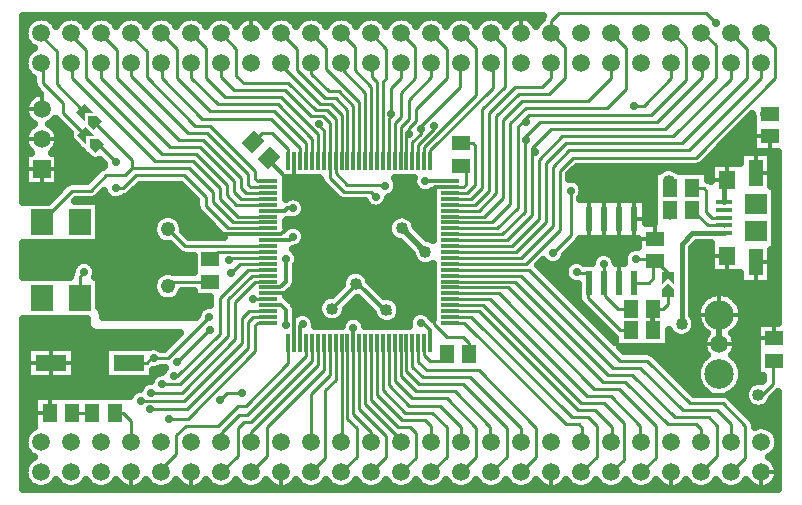
<source format=gbr>
G04 DipTrace 3.2.0.1*
G04 Âåðõíèé.gbr*
%MOMM*%
G04 #@! TF.FileFunction,Copper,L1,Top*
G04 #@! TF.Part,Single*
%AMOUTLINE0*
4,1,4,
-0.98993,-0.0707,
0.0707,0.98993,
0.98993,0.0707,
-0.0707,-0.98993,
-0.98993,-0.0707,
0*%
%AMOUTLINE3*
4,1,5,
0.35357,0.35357,
0.84853,-0.14143,
0.14143,-0.84853,
-0.35357,-0.35357,
-0.35357,0.35357,
0.35357,0.35357,
0*%
%AMOUTLINE6*
4,1,5,
0.28283,-0.98993,
-0.49497,-0.21213,
0.21213,0.49497,
0.98993,-0.28283,
0.28283,-0.28283,
0.28283,-0.98993,
0*%
%AMOUTLINE9*
4,1,5,
0.5,0.0,
0.5,-0.7,
-0.5,-0.7,
-0.5,0.0,
0.0,0.5,
0.5,0.0,
0*%
%AMOUTLINE12*
4,1,5,
-0.5,-0.9,
-0.5,0.2,
0.5,0.2,
0.5,-0.9,
0.0,-0.4,
-0.5,-0.9,
0*%
G04 #@! TA.AperFunction,Conductor*
%ADD10C,0.25*%
%ADD13C,0.3*%
G04 #@! TA.AperFunction,CopperBalancing*
%ADD14C,0.33*%
G04 #@! TA.AperFunction,Conductor*
%ADD15C,0.5*%
%ADD16C,0.4*%
%ADD17C,0.43*%
G04 #@! TA.AperFunction,ViaPad*
%ADD20C,0.7*%
G04 #@! TA.AperFunction,CopperBalancing*
%ADD21C,0.635*%
%ADD23R,2.65X1.4*%
%ADD24R,1.5X1.3*%
%ADD25R,1.3X1.5*%
G04 #@! TA.AperFunction,ComponentPad*
%ADD31R,1.5X1.5*%
%ADD32C,1.5*%
%ADD34R,1.35X0.4*%
%ADD35R,1.4X1.6*%
%ADD36R,1.3X2.3*%
%ADD37R,1.9X1.8*%
G04 #@! TA.AperFunction,ComponentPad*
%ADD39C,2.5*%
%ADD45R,1.6X0.3*%
%ADD46R,0.3X1.6*%
%ADD47R,0.6X2.0*%
G04 #@! TA.AperFunction,ComponentPad*
%ADD51C,1.2192*%
%ADD53R,1.9X2.2*%
G04 #@! TA.AperFunction,ViaPad*
%ADD54C,1.016*%
%ADD56C,1.0*%
%ADD115OUTLINE0*%
%ADD118OUTLINE3*%
%ADD121OUTLINE6*%
%ADD124OUTLINE9*%
%ADD127OUTLINE12*%
%FSLAX35Y35*%
G04*
G71*
G90*
G75*
G01*
G04 Top*
%LPD*%
X3180000Y2810000D2*
D13*
X3280000D1*
D14*
X3330000Y2860000D1*
Y3050000D1*
X3390000Y3240000D2*
X3360000Y3210000D1*
X3276500D1*
D13*
X3180000D1*
Y3460000D2*
X3320000D1*
D14*
X3340000Y3480000D1*
X3390000D1*
X3450000Y2340000D2*
D13*
Y2436500D1*
D14*
Y2480000D1*
X3470000Y2500000D1*
X4470000Y2510000D2*
X4490000D1*
D13*
X4550000Y2450000D1*
Y2340000D1*
X3920000Y2840000D2*
D10*
X3930000D1*
D14*
X3720000Y2630000D1*
X3930000Y2840000D2*
X3940000D1*
X4190000Y2590000D1*
X4210000D1*
X4180000Y2620000D1*
X4720000Y3710000D2*
D13*
X4510000D1*
Y3110000D2*
D15*
X4310000Y3310000D1*
X3040000Y4040000D2*
D10*
X3050000D1*
X3130000Y4120000D1*
X3210000D1*
X3350000Y3980000D1*
Y3880000D1*
X6290000Y3050000D2*
X6430000D1*
X6450000Y3030000D1*
X6280000Y2850000D2*
X6400000D1*
X6440000Y2890000D1*
Y3020000D1*
X6450000Y3030000D1*
X6560000Y2920000D2*
Y2930000D1*
X6460000Y3030000D1*
X6450000D1*
X5740000Y3630433D2*
Y3250000D1*
X5590000Y3100000D1*
X3400000Y3880000D2*
D13*
Y3770000D1*
D14*
X3500000Y3670000D1*
Y3470000D1*
X3360000Y3330000D1*
D13*
X3290000Y3260000D1*
X3180000D1*
Y2760000D2*
X3276500D1*
D14*
X3400000D1*
X3430000Y2730000D1*
Y2590000D1*
X3400000Y2560000D1*
Y2436500D1*
D13*
Y2340000D1*
X4720000Y3660000D2*
X4590000D1*
D14*
X4400000Y3470000D1*
X3500000D1*
X1970000Y3050000D2*
D13*
X2070000D1*
X2180000Y3160000D1*
Y3360000D1*
X2250000Y3430000D1*
X2380000D1*
X2550000Y3260000D1*
X3180000D1*
X4720000Y3660000D2*
D10*
X4830000D1*
X4850000Y3680000D1*
Y3800000D1*
X4810000Y3840000D1*
X1780000Y3050000D2*
X1970000D1*
X7000000Y2580000D2*
D15*
Y2330000D1*
X4880000Y2250000D2*
D10*
Y2340000D1*
X4830000Y2390000D1*
X4690000D1*
X4580000Y2500000D1*
Y2560000D1*
X4190000Y2950000D1*
Y3480000D1*
X4390000D1*
X4400000Y3470000D1*
X3184353Y3905647D2*
D14*
Y3885647D1*
X3330000Y3740000D1*
X3400000D1*
Y3880000D1*
X7040000Y3530000D2*
D17*
Y3697500D1*
X7062500Y3720000D1*
X7000000Y2330000D2*
D10*
X6830000D1*
X6820000Y2320000D1*
Y1960000D1*
X6880000Y1900000D1*
D16*
X7160000D1*
D10*
X7180000Y1920000D1*
Y2340000D1*
X7250000D1*
X7290000Y2380000D1*
X7460000D1*
X3180000Y2660000D2*
D13*
X3290000D1*
D14*
X3330000Y2620000D1*
Y2490000D1*
X4720000Y3210000D2*
D10*
X5200000D1*
X5410000Y3420000D1*
Y3990000D1*
X5570000Y4150000D1*
X6540000D1*
X6970000Y4580000D1*
Y4860000D1*
X6870000Y4960000D1*
X6847000D1*
X6845000Y4962000D1*
X5440000Y3960000D2*
X5410000Y3990000D1*
X7380000Y4280000D2*
X7430000D1*
X3180000Y3160000D2*
X2472600D1*
X2330000Y3302600D1*
X3180000Y3110000D2*
X2750000D1*
X2690000Y3050000D1*
X1260000Y3360000D2*
Y3370000D1*
X1520000Y3630000D1*
X1680000D1*
X1810000Y3760000D1*
X1970000D1*
X2030000Y3820000D1*
X2510000D1*
X2710000Y3620000D1*
Y3530000D1*
X2880000Y3360000D1*
X3180000D1*
X2030000Y3820000D2*
Y3890000D1*
X1690000Y4230000D1*
X3350000Y2340000D2*
Y2170000D1*
X2990000Y1810000D1*
X2920000D1*
X2750000Y1640000D1*
X2480000D1*
X2400000Y1560000D1*
Y1400000D1*
X2274000Y1274000D1*
Y1246000D1*
X3180000Y3410000D2*
X2920000D1*
X2770000Y3560000D1*
Y3650000D1*
X2540000Y3880000D1*
X2220000D1*
X1520000Y4580000D1*
Y4708000D1*
X1511000D1*
X6250000Y2450000D2*
X6160000D1*
X5890000Y2720000D1*
Y2841000D1*
X5899000Y2850000D1*
X3700000Y3880000D2*
Y4200000D1*
X3640000Y4260000D1*
X3540000D1*
X3320000Y4480000D1*
X2890000D1*
X2781000Y4589000D1*
Y4708000D1*
X3700000Y3880000D2*
Y3740000D1*
X3820000Y3620000D1*
X4050000D1*
X4090000Y3580000D1*
X5790000Y2940000D2*
X5780000Y2930000D1*
X5899000D1*
Y2850000D1*
X3180000Y3510000D2*
X2910000D1*
X2830000Y3590000D1*
Y3680000D1*
X2570000Y3940000D1*
X2280000D1*
X1640000Y4580000D1*
Y4820000D1*
X1511000Y4949000D1*
Y4962000D1*
X3180000Y3560000D2*
X2950000D1*
X2890000Y3620000D1*
Y3710000D1*
X2600000Y4000000D1*
X2350000D1*
X1765000Y4585000D1*
Y4708000D1*
X2690000Y2860000D2*
X2370000D1*
X2330000Y2820000D1*
X3180000Y3060000D2*
X2870000D1*
X2850000Y3040000D1*
X2680000Y2560000D2*
X2330000Y2210000D1*
X2210000D1*
X2190000D1*
X2150000Y2170000D1*
X2000000D1*
X3180000Y3010000D2*
X2940000D1*
X2860000Y2930000D1*
X2690000Y2450000D2*
Y2460000D1*
X2410000Y2180000D1*
X3180000Y2960000D2*
X3010000D1*
X2770000Y2720000D1*
Y2420000D1*
X2410000Y2060000D1*
X2380000D1*
X3180000Y2910000D2*
X3040000D1*
X2840000Y2710000D1*
Y2400000D1*
X2430000Y1990000D1*
X2280000D1*
X3180000Y2860000D2*
X3070000D1*
X2900000Y2690000D1*
Y2370000D1*
X2450000Y1920000D1*
X2190000D1*
X3050000Y2710000D2*
X3180000D1*
X2959260Y1920000D2*
X2830000D1*
X2770000Y1860000D1*
X3180000Y2610000D2*
X3020000D1*
X2960000Y2550000D1*
Y2340000D1*
X2470000Y1850000D1*
X2100000D1*
X3180000Y2560000D2*
X3050000D1*
X3010000Y2520000D1*
Y2300000D1*
X2490000Y1780000D1*
X2180000D1*
X1880000Y1750000D2*
X1950000D1*
X2020000Y1680000D1*
Y1500000D1*
X3180000Y2510000D2*
X3090000D1*
X3070000Y2490000D1*
Y2270000D1*
X2500000Y1700000D1*
X2340000D1*
X3180000Y3610000D2*
X2990000D1*
X2950000Y3650000D1*
Y3740000D1*
X2630000Y4060000D1*
X2420000D1*
X1900000Y4580000D1*
Y4820000D1*
X1765000Y4955000D1*
Y4962000D1*
X3180000Y3660000D2*
X3030000D1*
X3010000Y3680000D1*
Y3770000D1*
X2660000Y4120000D1*
X2500000D1*
X2019000Y4601000D1*
Y4708000D1*
X3180000Y3710000D2*
X3090000D1*
X3070000Y3730000D1*
Y3800000D1*
X2690000Y4180000D1*
X2560000D1*
X2150000Y4590000D1*
Y4810000D1*
X2019000Y4941000D1*
Y4962000D1*
X4500000Y2340000D2*
Y2240000D1*
X4550000Y2190000D1*
X4630000D1*
X4690000Y2250000D1*
X4720000Y3260000D2*
X5160000D1*
X5350000Y3450000D1*
Y4060000D1*
Y4080000D1*
X5480000Y4210000D1*
X6470000D1*
X6850000Y4590000D1*
Y4703000D1*
X6845000Y4708000D1*
X5360000Y4060000D2*
X5350000D1*
X4350000Y3880000D2*
Y4090000D1*
X4370000Y4110000D1*
Y4160000D1*
X4430000Y4220000D1*
Y4320000D1*
X4690000Y4580000D1*
Y4831000D1*
X4559000Y4962000D1*
X4400000Y3880000D2*
Y4040000D1*
X4470000Y4110000D1*
Y4150000D1*
Y4180000D1*
X4800000Y4510000D1*
Y4695000D1*
X4813000Y4708000D1*
X4450000Y3880000D2*
Y4020000D1*
X4580000Y4150000D1*
Y4180000D1*
X6280000Y4350000D2*
X6360000D1*
X6591000Y4581000D1*
Y4708000D1*
X4200000Y3880000D2*
Y4240000D1*
X4220000Y4260000D1*
Y4280000D1*
Y4500000D1*
X4300000Y4580000D1*
Y4703000D1*
X4305000Y4708000D1*
X7035000Y3330000D2*
X7040000Y3335000D1*
X6905000D1*
X6770000Y3470000D1*
X3750000Y3880000D2*
Y4240000D1*
X3680000Y4310000D1*
X3580000D1*
X3350000Y4540000D1*
X2970000D1*
X2910000Y4600000D1*
Y4833000D1*
X2781000Y4962000D1*
X3750000Y3880000D2*
Y3780000D1*
X3850000Y3680000D1*
X4160000D1*
X4170000Y3670000D1*
X6020000Y3010000D2*
Y2850000D1*
X6026000D1*
X6250000Y2630000D2*
X6140000D1*
X6030000Y2740000D1*
Y2846000D1*
X6026000Y2850000D1*
X3450000Y3880000D2*
Y3990000D1*
X3200000Y4240000D1*
X2620000D1*
X2280000Y4580000D1*
Y4701000D1*
X2273000Y4708000D1*
X3500000Y3880000D2*
Y4030000D1*
X3230000Y4300000D1*
X2690000D1*
X2410000Y4580000D1*
Y4825000D1*
X2273000Y4962000D1*
X3550000Y3880000D2*
Y4070000D1*
X3260000Y4360000D1*
X2750000D1*
X2527000Y4583000D1*
Y4708000D1*
X3600000Y3880000D2*
Y4110000D1*
X3290000Y4420000D1*
X2810000D1*
X2650000Y4580000D1*
Y4839000D1*
X2527000Y4962000D1*
X3650000Y3880000D2*
Y4140000D1*
X3620000Y4170000D1*
X3610000Y4190000D1*
X7330000Y1900000D2*
X7360000D1*
X7450000Y1990000D1*
Y2180000D1*
X7460000Y2190000D1*
X3800000Y3880000D2*
Y4270000D1*
X3710000Y4360000D1*
X3620000D1*
X3289000Y4691000D1*
Y4708000D1*
X3850000Y3880000D2*
Y4310000D1*
X3750000Y4410000D1*
X3660000D1*
X3420000Y4650000D1*
Y4831000D1*
X3289000Y4962000D1*
X4550000Y3880000D2*
Y3970000D1*
X5080000Y4500000D1*
Y4695000D1*
X5067000Y4708000D1*
X4720000Y3560000D2*
X4900000D1*
X4990000Y3650000D1*
Y4320000D1*
X5180000Y4510000D1*
Y4849000D1*
X5067000Y4962000D1*
X3900000Y3880000D2*
Y4350000D1*
X3780000Y4470000D1*
X3690000D1*
X3540000Y4620000D1*
Y4705000D1*
X3543000Y4708000D1*
X3950000Y3880000D2*
Y4380000D1*
X3670000Y4660000D1*
Y4835000D1*
X3543000Y4962000D1*
X4000000Y3880000D2*
Y4460000D1*
X3810000Y4650000D1*
Y4695000D1*
X3797000Y4708000D1*
X4050000Y3880000D2*
Y4510000D1*
X3910000Y4650000D1*
Y4849000D1*
X3797000Y4962000D1*
X4100000Y3880000D2*
Y4550000D1*
X4060000Y4590000D1*
Y4708000D1*
X4051000D1*
X4150000Y3880000D2*
Y4550000D1*
X4180000Y4580000D1*
Y4833000D1*
X4051000Y4962000D1*
X4250000Y3880000D2*
Y4200000D1*
X4300000Y4250000D1*
Y4460000D1*
X4420000Y4580000D1*
Y4847000D1*
X4305000Y4962000D1*
X4300000Y3880000D2*
Y4170000D1*
X4370000Y4240000D1*
Y4400000D1*
X4560000Y4590000D1*
Y4707000D1*
X4559000Y4708000D1*
X4500000Y3880000D2*
Y4000000D1*
X4940000Y4440000D1*
Y4835000D1*
X4813000Y4962000D1*
X4720000Y3610000D2*
X4860000D1*
X4930000Y3680000D1*
Y4010000D1*
X4910000Y4030000D1*
X4810000D1*
X4720000Y3510000D2*
X4930000D1*
X5050000Y3630000D1*
Y4290000D1*
X5270000Y4510000D1*
X5500000D1*
X5575000Y4585000D1*
Y4708000D1*
X6570000Y3710000D2*
Y3650000D1*
X6580000D1*
X4720000Y3460000D2*
X4960000D1*
X5110000Y3610000D1*
Y4260000D1*
X5300000Y4450000D1*
X5560000D1*
X5690000Y4580000D1*
Y4847000D1*
X5575000Y4962000D1*
Y5065000D1*
X5640000Y5130000D1*
X6890000D1*
X6970000Y5050000D1*
X6580000Y3430000D2*
Y3470000D1*
X4720000Y3410000D2*
X5010000D1*
X5170000Y3570000D1*
Y4230000D1*
X5330000Y4390000D1*
X5890000D1*
X6080000Y4580000D1*
Y4705000D1*
X6083000Y4708000D1*
X6680000Y2500000D2*
D16*
Y3180000D1*
X6770000Y3270000D1*
X7040000D1*
X4720000Y3310000D2*
D10*
X5120000D1*
X5290000Y3480000D1*
Y4170000D1*
X5345780Y4225780D1*
X5390000Y4270000D1*
X6420000D1*
X6720000Y4570000D1*
Y4850000D1*
X6608000Y4962000D1*
X6591000D1*
X5345780Y4225780D2*
Y4224220D1*
X5360000Y4210000D1*
X4720000Y3160000D2*
X5240000D1*
X5470000Y3390000D1*
Y3890000D1*
X5670000Y4090000D1*
X6610000D1*
X7099000Y4579000D1*
Y4708000D1*
X4720000Y3110000D2*
X5280000D1*
X5530000Y3360000D1*
Y3860000D1*
X5700000Y4030000D1*
X6680000D1*
X7230000Y4580000D1*
Y4831000D1*
X7099000Y4962000D1*
X1257000D2*
Y4943000D1*
X1390000Y4810000D1*
Y4530000D1*
X1605147Y4314853D1*
X1257000Y4708000D2*
X1270000D1*
Y4540000D1*
X1440000Y4370000D1*
Y4290000D1*
X1615147Y4114853D1*
X1582493Y2721073D2*
Y2902493D1*
X1620000Y2940000D1*
X1890000Y3650000D2*
X1950000D1*
X2060000Y3760000D1*
X2470000D1*
X2650000Y3580000D1*
Y3500000D1*
X2840000Y3310000D1*
X3180000D1*
X1700000Y4030000D2*
X1730000D1*
X1890000Y3870000D1*
X3500000Y2340000D2*
Y2230000D1*
X3000000Y1730000D1*
X2930000D1*
X2790000Y1590000D1*
Y1508000D1*
X2782000Y1500000D1*
X3550000Y2340000D2*
Y2190000D1*
X3030000Y1670000D1*
X2970000D1*
X2920000Y1620000D1*
Y1384000D1*
X2782000Y1246000D1*
X3600000Y2340000D2*
Y2150000D1*
X3036000Y1586000D1*
Y1500000D1*
X3650000Y2340000D2*
Y2110000D1*
X3170000Y1630000D1*
Y1380000D1*
X3036000Y1246000D1*
X3700000Y2340000D2*
Y2070000D1*
X3540000Y1910000D1*
Y1504000D1*
X3544000Y1500000D1*
X3750000Y2340000D2*
Y2030000D1*
X3660000Y1940000D1*
Y1362000D1*
X3544000Y1246000D1*
X3800000Y2340000D2*
Y1500000D1*
X3798000D1*
X3850000Y2340000D2*
Y1700000D1*
X3930000Y1620000D1*
Y1378000D1*
X3798000Y1246000D1*
X3900000Y2340000D2*
Y1740000D1*
X4050000Y1590000D1*
Y1502000D1*
X4052000Y1500000D1*
X3900000Y2340000D2*
D13*
Y2436500D1*
D14*
Y2467000D1*
X3950000Y2340000D2*
D10*
Y1780000D1*
X4180000Y1550000D1*
Y1374000D1*
X4052000Y1246000D1*
X4000000Y2340000D2*
Y1820000D1*
X4300000Y1520000D1*
Y1506000D1*
X4306000Y1500000D1*
X4050000Y2340000D2*
Y1860000D1*
X4280000Y1630000D1*
X4380000D1*
X4430000Y1580000D1*
Y1370000D1*
X4306000Y1246000D1*
X4100000Y2340000D2*
Y1900000D1*
X4310000Y1690000D1*
X4510000D1*
X4560000Y1640000D1*
Y1500000D1*
X4150000Y2340000D2*
Y1940000D1*
X4340000Y1750000D1*
X4570000D1*
X4690000Y1630000D1*
Y1376000D1*
X4560000Y1246000D1*
X4200000Y2340000D2*
Y1980000D1*
X4370000Y1810000D1*
X4630000D1*
X4810000Y1630000D1*
Y1504000D1*
X4814000Y1500000D1*
X4250000Y2340000D2*
Y2020000D1*
X4400000Y1870000D1*
X4690000D1*
X4940000Y1620000D1*
Y1372000D1*
X4814000Y1246000D1*
X4300000Y2340000D2*
Y2060000D1*
X4430000Y1930000D1*
X4760000D1*
X5060000Y1630000D1*
Y1508000D1*
X5068000Y1500000D1*
X4350000Y2340000D2*
Y2100000D1*
X4460000Y1990000D1*
X4830000D1*
X5200000Y1620000D1*
Y1378000D1*
X5068000Y1246000D1*
X4400000Y2340000D2*
Y2140000D1*
X4490000Y2050000D1*
X4890000D1*
X5320000Y1620000D1*
Y1502000D1*
X5322000Y1500000D1*
X4450000Y2340000D2*
Y2180000D1*
X4520000Y2110000D1*
X4960000D1*
X5450000Y1620000D1*
Y1374000D1*
X5322000Y1246000D1*
X4720000Y2510000D2*
X4840000D1*
X5700000Y1650000D1*
X5810000D1*
X5840000Y1620000D1*
Y1510000D1*
X5830000Y1500000D1*
X4720000Y2560000D2*
X4900000D1*
X5750000Y1710000D1*
X5890000D1*
X5960000Y1640000D1*
Y1376000D1*
X5830000Y1246000D1*
X4720000Y2610000D2*
X4960000D1*
X5800000Y1770000D1*
X5950000D1*
X6090000Y1630000D1*
Y1506000D1*
X6084000Y1500000D1*
X4720000Y2660000D2*
X5000000D1*
X5830000Y1830000D1*
X6020000D1*
X6190000Y1660000D1*
Y1352000D1*
X6084000Y1246000D1*
X4720000Y2710000D2*
X5060000D1*
X5880000Y1890000D1*
X6080000D1*
X6330000Y1640000D1*
Y1508000D1*
X6338000Y1500000D1*
X4720000Y2760000D2*
X5130000D1*
X5940000Y1950000D1*
X6150000D1*
X6460000Y1640000D1*
Y1368000D1*
X6338000Y1246000D1*
X4720000Y2810000D2*
X5210000D1*
X6010000Y2010000D1*
X6200000D1*
X6560000Y1650000D1*
X6800000D1*
X6840000Y1610000D1*
Y1506000D1*
X6846000Y1500000D1*
X4720000Y2860000D2*
X5270000D1*
X6060000Y2070000D1*
X6260000D1*
X6620000Y1710000D1*
X6910000D1*
X6980000Y1640000D1*
Y1380000D1*
X6846000Y1246000D1*
X4720000Y2910000D2*
X5320000D1*
X6100000Y2130000D1*
X6330000D1*
X6690000Y1770000D1*
X6980000D1*
X7100000Y1650000D1*
Y1500000D1*
X4720000Y2960000D2*
X5390000D1*
X6160000Y2190000D1*
X6390000D1*
X6750000Y1830000D1*
X7030000D1*
X7220000Y1640000D1*
Y1366000D1*
X7100000Y1246000D1*
X4720000Y3060000D2*
X5320000D1*
X5590000Y3330000D1*
Y3830000D1*
X5730000Y3970000D1*
X6740000D1*
X7353000Y4583000D1*
Y4708000D1*
X4720000Y3010000D2*
X5360000D1*
X5650000Y3300000D1*
Y3800000D1*
X5760000Y3910000D1*
X6800000D1*
X7470000Y4580000D1*
Y4845000D1*
X7353000Y4962000D1*
X1520000Y1750000D2*
X1690000D1*
X4720000Y3360000D2*
X5070000D1*
X5230000Y3520000D1*
Y4200000D1*
X5360000Y4330000D1*
X6050000D1*
X6210000Y4490000D1*
Y4835000D1*
X6083000Y4962000D1*
X6440000Y2630000D2*
Y2450000D1*
X6420000D1*
Y2630000D1*
X6520000D1*
X6560000Y2670000D1*
Y2800000D1*
X7040000Y3400000D2*
X6940000D1*
X6890000Y3450000D1*
Y3630000D1*
X6870000Y3650000D1*
X6770000D1*
D20*
X3390000Y3240000D3*
Y3480000D3*
X3470000Y2500000D3*
X4470000Y2510000D3*
D54*
X3920000Y2840000D3*
X3720000Y2630000D3*
X4180000Y2620000D3*
D20*
X4510000Y3710000D3*
D54*
Y3110000D3*
X4310000Y3310000D3*
D20*
X4510000Y3710000D3*
X5740000Y3630433D3*
X5590000Y3100000D3*
D54*
X1970000Y3050000D3*
D3*
D20*
X3330000Y2490000D3*
X4090000Y3580000D3*
X5790000Y2940000D3*
X2680000Y2560000D3*
X2210000Y2210000D3*
D3*
X2860000Y2930000D3*
X2690000Y2450000D3*
X2410000Y2180000D3*
X2380000Y2060000D3*
X2280000Y1990000D3*
X2190000Y1920000D3*
X3050000Y2710000D3*
X2959260Y1920000D3*
X2770000Y1860000D3*
X2100000Y1850000D3*
X2180000Y1780000D3*
X2340000Y1700000D3*
X4370000Y4110000D3*
X4470000Y4150000D3*
X4580000Y4180000D3*
X6280000Y4350000D3*
X4220000Y4280000D3*
X4170000Y3670000D3*
X6020000Y3010000D3*
D54*
X7330000Y1900000D3*
X6570000Y3710000D3*
D20*
X6970000Y5050000D3*
D54*
X6580000Y3430000D3*
D20*
X1620000Y2940000D3*
X1890000Y3650000D3*
Y3870000D3*
X3900000Y2467000D3*
D3*
X7380000Y4280000D3*
X5360000Y4210000D3*
X3610000Y4190000D3*
D54*
X7200000Y4070000D3*
D20*
X5360000Y4060000D3*
D54*
X3040000Y4040000D3*
D20*
X5440000Y3960000D3*
D54*
X6170000Y3710000D3*
X6860000Y3060000D3*
X1780000Y3050000D3*
D56*
X4120000Y3040000D3*
D20*
X3330000Y3050000D3*
X6290000D3*
X2850000Y3040000D3*
D54*
X6680000Y2500000D3*
X1210000Y2460000D3*
X2290000Y2360000D3*
X1160000Y1930000D3*
X3333600Y3695083D2*
D21*
X3627697D1*
X4275503D2*
X4402437D1*
X3333600Y3631917D2*
X3688857D1*
X4271310D2*
X4437530D1*
X3447170Y3568750D2*
X3752020D1*
X4198030D2*
X4566317D1*
X3495387Y3505583D2*
X4013427D1*
X4166493D2*
X4566317D1*
X3491467Y3442417D2*
X4566317D1*
X3413990Y3379250D2*
X4208023D1*
X4412040D2*
X4566317D1*
X3464760Y3316083D2*
X4185693D1*
X4440750D2*
X4566317D1*
X3497847Y3252917D2*
X4200277D1*
X4503913D2*
X4566317D1*
X3485450Y3189750D2*
X4293427D1*
X3404147Y3126583D2*
X4356590D1*
X3437780Y3063417D2*
X4395147D1*
X3425750Y3000250D2*
X4460043D1*
X3420100Y2937083D2*
X3846447D1*
X3993587D2*
X4566317D1*
X3420100Y2873917D2*
X3800510D1*
X4039433D2*
X4566317D1*
X3404147Y2810750D2*
X3775900D1*
X4094123D2*
X4566317D1*
X3342260Y2747583D2*
X3702710D1*
X4157287D2*
X4566317D1*
X3390387Y2684417D2*
X3608830D1*
X3899253D2*
X3970770D1*
X4285347D2*
X4566317D1*
X3420100Y2621250D2*
X3595887D1*
X3844110D2*
X4033937D1*
X4304397D2*
X4566317D1*
X3560553Y2558083D2*
X3619950D1*
X3820047D2*
X3847087D1*
X3952937D2*
X4073127D1*
X4293823D2*
X4373363D1*
X3578510Y2494917D2*
X3795223D1*
X4004800D2*
X4362517D1*
X3431973Y3041973D2*
X3429463Y3026120D1*
X3424503Y3010857D1*
X3417217Y2996553D1*
X3413783Y2991413D1*
X3413533Y2853427D1*
X3411477Y2840440D1*
X3407413Y2827933D1*
X3401443Y2816220D1*
X3393713Y2805583D1*
X3339250Y2750750D1*
X3327307Y2740913D1*
X3328040Y2734657D1*
X3339250Y2727787D1*
X3349250Y2719250D1*
X3393713Y2674417D1*
X3401443Y2663780D1*
X3407413Y2652067D1*
X3411477Y2639560D1*
X3413533Y2626573D1*
X3413790Y2585457D1*
X3430857Y2594503D1*
X3446120Y2599463D1*
X3461973Y2601973D1*
X3478027D1*
X3493880Y2599463D1*
X3509143Y2594503D1*
X3523447Y2587217D1*
X3536433Y2577783D1*
X3547783Y2566433D1*
X3557217Y2553447D1*
X3564503Y2539143D1*
X3569463Y2523880D1*
X3571973Y2508027D1*
Y2491973D1*
X3571417Y2487270D1*
X3732290Y2487290D1*
X3799780D1*
X3802717Y2498610D1*
X3808860Y2513440D1*
X3817247Y2527123D1*
X3827670Y2539330D1*
X3839877Y2549753D1*
X3853560Y2558140D1*
X3868390Y2564283D1*
X3883997Y2568030D1*
X3900000Y2569290D1*
X3916003Y2568030D1*
X3931610Y2564283D1*
X3946440Y2558140D1*
X3960123Y2549753D1*
X3972330Y2539330D1*
X3982753Y2527123D1*
X3991140Y2513440D1*
X3997283Y2498610D1*
X4000180Y2487280D1*
X4182290Y2487290D1*
X4370197D1*
X4368027Y2501973D1*
Y2518027D1*
X4370537Y2533880D1*
X4375497Y2549143D1*
X4382783Y2563447D1*
X4392217Y2576433D1*
X4403567Y2587783D1*
X4416553Y2597217D1*
X4430857Y2604503D1*
X4446120Y2609463D1*
X4461973Y2611973D1*
X4478027D1*
X4493880Y2609463D1*
X4509143Y2604503D1*
X4523447Y2597217D1*
X4536433Y2587783D1*
X4547783Y2576433D1*
X4557217Y2563447D1*
X4562180Y2554187D1*
X4572710Y2544377D1*
Y2742290D1*
X4572800Y2892290D1*
X4572710Y3009963D1*
X4555190Y3000900D1*
X4537567Y2995173D1*
X4519267Y2992273D1*
X4500733D1*
X4482433Y2995173D1*
X4464810Y3000900D1*
X4448297Y3009313D1*
X4433307Y3020203D1*
X4420203Y3033307D1*
X4409313Y3048297D1*
X4400900Y3064810D1*
X4395173Y3082433D1*
X4392747Y3096743D1*
X4296830Y3192653D1*
X4282433Y3195173D1*
X4264810Y3200900D1*
X4248297Y3209313D1*
X4233307Y3220203D1*
X4220203Y3233307D1*
X4209313Y3248297D1*
X4200900Y3264810D1*
X4195173Y3282433D1*
X4192273Y3300733D1*
Y3319267D1*
X4195173Y3337567D1*
X4200900Y3355190D1*
X4209313Y3371703D1*
X4220203Y3386693D1*
X4233307Y3399797D1*
X4248297Y3410687D1*
X4264810Y3419100D1*
X4282433Y3424827D1*
X4300733Y3427727D1*
X4319267D1*
X4337567Y3424827D1*
X4355190Y3419100D1*
X4371703Y3410687D1*
X4386693Y3399797D1*
X4399797Y3386693D1*
X4410687Y3371703D1*
X4419100Y3355190D1*
X4424827Y3337567D1*
X4427253Y3323257D1*
X4523170Y3227347D1*
X4537567Y3224827D1*
X4555190Y3219100D1*
X4572697Y3210023D1*
X4572710Y3492290D1*
Y3627643D1*
X4570123Y3627247D1*
X4556440Y3618860D1*
X4541610Y3612717D1*
X4526003Y3608970D1*
X4510000Y3607710D1*
X4493997Y3608970D1*
X4478390Y3612717D1*
X4463560Y3618860D1*
X4449877Y3627247D1*
X4437670Y3637670D1*
X4427247Y3649877D1*
X4418860Y3663560D1*
X4412717Y3678390D1*
X4408970Y3693997D1*
X4407710Y3710000D1*
X4408970Y3726003D1*
X4410297Y3732680D1*
X4250847Y3732710D1*
X4261140Y3716440D1*
X4267283Y3701610D1*
X4271030Y3686003D1*
X4272290Y3670000D1*
X4271030Y3653997D1*
X4267283Y3638390D1*
X4261140Y3623560D1*
X4252753Y3609877D1*
X4242330Y3597670D1*
X4230123Y3587247D1*
X4216440Y3578860D1*
X4201610Y3572717D1*
X4191817Y3570127D1*
X4189463Y3556120D1*
X4184503Y3540857D1*
X4177217Y3526553D1*
X4167783Y3513567D1*
X4156433Y3502217D1*
X4143447Y3492783D1*
X4129143Y3485497D1*
X4113880Y3480537D1*
X4098027Y3478027D1*
X4081973D1*
X4066120Y3480537D1*
X4050857Y3485497D1*
X4036553Y3492783D1*
X4023567Y3502217D1*
X4012217Y3513567D1*
X4002783Y3526553D1*
X3995800Y3540200D1*
X3813740Y3540457D1*
X3801373Y3542413D1*
X3789467Y3546283D1*
X3778310Y3551967D1*
X3768180Y3559327D1*
X3643580Y3683580D1*
X3635447Y3693100D1*
X3628907Y3703777D1*
X3624113Y3715343D1*
X3621190Y3727543D1*
X3608957Y3732710D1*
X3327200D1*
X3327290Y3562850D1*
X3350857Y3574503D1*
X3366120Y3579463D1*
X3381973Y3581973D1*
X3398027D1*
X3413880Y3579463D1*
X3429143Y3574503D1*
X3443447Y3567217D1*
X3456433Y3557783D1*
X3467783Y3546433D1*
X3477217Y3533447D1*
X3484503Y3519143D1*
X3489463Y3503880D1*
X3491973Y3488027D1*
Y3471973D1*
X3489463Y3456120D1*
X3484503Y3440857D1*
X3477217Y3426553D1*
X3467783Y3413567D1*
X3456433Y3402217D1*
X3443447Y3392783D1*
X3429143Y3385497D1*
X3413880Y3380537D1*
X3398027Y3378027D1*
X3381973D1*
X3366120Y3380537D1*
X3355123Y3383923D1*
X3339560Y3378523D1*
X3327313Y3376557D1*
X3327290Y3320740D1*
X3336553Y3327217D1*
X3350857Y3334503D1*
X3366120Y3339463D1*
X3381973Y3341973D1*
X3398027D1*
X3413880Y3339463D1*
X3429143Y3334503D1*
X3443447Y3327217D1*
X3456433Y3317783D1*
X3467783Y3306433D1*
X3477217Y3293447D1*
X3484503Y3279143D1*
X3489463Y3263880D1*
X3491973Y3248027D1*
Y3231973D1*
X3489463Y3216120D1*
X3484503Y3200857D1*
X3477217Y3186553D1*
X3467783Y3173567D1*
X3456433Y3162217D1*
X3443447Y3152783D1*
X3429143Y3145497D1*
X3413880Y3140537D1*
X3403780Y3138557D1*
X3392040Y3132580D1*
X3407783Y3116433D1*
X3417217Y3103447D1*
X3424503Y3089143D1*
X3429463Y3073880D1*
X3431973Y3058027D1*
Y3041973D1*
X3930920Y2722423D2*
X3838113Y2629617D1*
X3836637Y2611527D1*
X3832310Y2593507D1*
X3825220Y2576387D1*
X3815537Y2560590D1*
X3803503Y2546497D1*
X3789410Y2534463D1*
X3773613Y2524780D1*
X3756493Y2517690D1*
X3738473Y2513363D1*
X3720000Y2511910D1*
X3701527Y2513363D1*
X3683507Y2517690D1*
X3666387Y2524780D1*
X3650590Y2534463D1*
X3636497Y2546497D1*
X3624463Y2560590D1*
X3614780Y2576387D1*
X3607690Y2593507D1*
X3603363Y2611527D1*
X3601910Y2630000D1*
X3603363Y2648473D1*
X3607690Y2666493D1*
X3614780Y2683613D1*
X3624463Y2699410D1*
X3636497Y2713503D1*
X3650590Y2725537D1*
X3666387Y2735220D1*
X3683507Y2742310D1*
X3701527Y2746637D1*
X3719603Y2748073D1*
X3802220Y2830717D1*
X3802273Y2849267D1*
X3805173Y2867567D1*
X3810900Y2885190D1*
X3819313Y2901703D1*
X3830203Y2916693D1*
X3843307Y2929797D1*
X3858297Y2940687D1*
X3874810Y2949100D1*
X3892433Y2954827D1*
X3910733Y2957727D1*
X3929267D1*
X3947567Y2954827D1*
X3965190Y2949100D1*
X3981703Y2940687D1*
X3996693Y2929797D1*
X4009797Y2916693D1*
X4020687Y2901703D1*
X4029100Y2885190D1*
X4034827Y2867567D1*
X4035797Y2862700D1*
X4161857Y2736640D1*
X4180000Y2738090D1*
X4198473Y2736637D1*
X4216493Y2732310D1*
X4233613Y2725220D1*
X4249410Y2715537D1*
X4263503Y2703503D1*
X4275537Y2689410D1*
X4285220Y2673613D1*
X4292310Y2656493D1*
X4296637Y2638473D1*
X4298090Y2620000D1*
X4296637Y2601527D1*
X4293777Y2588703D1*
X4292760Y2576893D1*
X4289690Y2564107D1*
X4284657Y2551960D1*
X4277787Y2540750D1*
X4269250Y2530750D1*
X4259250Y2522213D1*
X4248040Y2515343D1*
X4235893Y2510310D1*
X4223107Y2507240D1*
X4198473Y2503363D1*
X4180000Y2501910D1*
X4161527Y2503363D1*
X4143507Y2507690D1*
X4126387Y2514780D1*
X4110590Y2524463D1*
X4096497Y2536497D1*
X4084463Y2550590D1*
X4074780Y2566387D1*
X4067690Y2583507D1*
X4064203Y2597300D1*
X3938240Y2723263D1*
X4570690Y3627693D2*
X4556440Y3618860D1*
X4541610Y3612717D1*
X4526003Y3608970D1*
X4510000Y3607710D1*
X4493997Y3608970D1*
X4478390Y3612717D1*
X4463560Y3618860D1*
X4449877Y3627247D1*
X4437670Y3637670D1*
X4427247Y3649877D1*
X4418860Y3663560D1*
X4412717Y3678390D1*
X4408970Y3693997D1*
X4407710Y3710000D1*
X4408970Y3726003D1*
X4410297Y3732680D1*
X3799820Y2487280D2*
X3802717Y2498610D1*
X3808860Y2513440D1*
X3817247Y2527123D1*
X3827670Y2539330D1*
X3839877Y2549753D1*
X3853560Y2558140D1*
X3868390Y2564283D1*
X3883997Y2568030D1*
X3900000Y2569290D1*
X3916003Y2568030D1*
X3931610Y2564283D1*
X3946440Y2558140D1*
X3960123Y2549753D1*
X3972330Y2539330D1*
X3982753Y2527123D1*
X3991140Y2513440D1*
X3997283Y2498610D1*
X4000180Y2487280D1*
X1108147Y5045083D2*
X1135057D1*
X1108147Y4855583D2*
X1156150D1*
X1108147Y4792417D2*
X1136147D1*
X1108147Y4602917D2*
X1154690D1*
X1108147Y4539750D2*
X1183857D1*
X1108147Y4476583D2*
X1214210D1*
X1108147Y4413417D2*
X1148127D1*
X1108147Y4223917D2*
X1146943D1*
X7233147D2*
X7281330D1*
X1108147Y4160750D2*
X1149313D1*
X1370647D2*
X1450093D1*
X7169980D2*
X7281330D1*
X1404643Y4097583D2*
X1492113D1*
X7106817D2*
X7281330D1*
X1405553Y4034417D2*
X1523377D1*
X7043563D2*
X7281330D1*
X1108147Y3971250D2*
X1145757D1*
X1374290D2*
X1586540D1*
X6980397D2*
X7281330D1*
X1408653Y3908083D2*
X1649703D1*
X6917233D2*
X7168857D1*
X7446153D2*
X7491877D1*
X1408653Y3844917D2*
X1784507D1*
X6852520D2*
X6918843D1*
X7446153D2*
X7491877D1*
X1408653Y3781750D2*
X1712593D1*
X5750933D2*
X6441330D1*
X7446153D2*
X7491877D1*
X1408653Y3718583D2*
X1649430D1*
X3333653D2*
X3616813D1*
X4266350D2*
X4401760D1*
X5798237D2*
X6441330D1*
X7446153D2*
X7491877D1*
X1108147Y3655417D2*
X1426213D1*
X2074563D2*
X2455433D1*
X3333653D2*
X3665393D1*
X4277560D2*
X4417163D1*
X5845540D2*
X6441330D1*
X1108147Y3592250D2*
X1363050D1*
X1761480D2*
X1799183D1*
X2011400D2*
X2518597D1*
X3333653D2*
X3728557D1*
X4242833D2*
X4566370D1*
X5841257D2*
X6441330D1*
X1751087Y3529083D2*
X2563897D1*
X3486050D2*
X3994977D1*
X4185047D2*
X4566370D1*
X6383667D2*
X6441330D1*
X1751087Y3465917D2*
X2571460D1*
X3497623D2*
X4566370D1*
X6383667D2*
X6441330D1*
X1751087Y3402750D2*
X2243520D1*
X2416453D2*
X2628063D1*
X3463447D2*
X4230590D1*
X4389487D2*
X4566370D1*
X6383667D2*
X6441330D1*
X1751087Y3339583D2*
X2200863D1*
X2459110D2*
X2691227D1*
X3333653D2*
X3360237D1*
X3419697D2*
X4189300D1*
X4430683D2*
X4566370D1*
X1751087Y3276417D2*
X2198127D1*
X2475333D2*
X2754390D1*
X3491973D2*
X4190393D1*
X4480450D2*
X4566370D1*
X1751087Y3213250D2*
X2231670D1*
X3495073D2*
X4235967D1*
X5817197D2*
X6301330D1*
X1108147Y3150083D2*
X2363283D1*
X3445123D2*
X4333037D1*
X5759317D2*
X6262503D1*
X6779877D2*
X6918843D1*
X1108147Y3086917D2*
X2434197D1*
X3431727D2*
X4387817D1*
X5697793D2*
X5946227D1*
X6093823D2*
X6188220D1*
X6773680D2*
X6918843D1*
X7446153D2*
X7491877D1*
X1108147Y3023750D2*
X1554913D1*
X1685100D2*
X2541383D1*
X3435190D2*
X4422997D1*
X5492897D2*
X5515470D1*
X5664527D2*
X5724923D1*
X5855113D2*
X5912320D1*
X6127730D2*
X6184757D1*
X6773680D2*
X6918843D1*
X7446153D2*
X7491877D1*
X1108147Y2960583D2*
X1513440D1*
X1726570D2*
X2541383D1*
X3420150D2*
X4566370D1*
X5508577D2*
X5683453D1*
X6773680D2*
X6918843D1*
X7446153D2*
X7491877D1*
X1108147Y2897417D2*
X1413817D1*
X1751087D2*
X2221370D1*
X3420150D2*
X3810497D1*
X4029553D2*
X4566370D1*
X5571740D2*
X5690653D1*
X6773680D2*
X7168857D1*
X7446153D2*
X7491877D1*
X1751087Y2834250D2*
X2196213D1*
X3416050D2*
X3795733D1*
X4070567D2*
X4566370D1*
X5634903D2*
X5795380D1*
X6773680D2*
X7491877D1*
X1751087Y2771083D2*
X2205053D1*
X2454917D2*
X2541383D1*
X3365920D2*
X3736213D1*
X4133730D2*
X4566370D1*
X5698067D2*
X5795380D1*
X6773680D2*
X6972163D1*
X7027887D2*
X7491877D1*
X1751087Y2707917D2*
X2261293D1*
X2398680D2*
X2683843D1*
X3366920D2*
X3624923D1*
X3922730D2*
X3947217D1*
X4265163D2*
X4566370D1*
X5761230D2*
X5795380D1*
X6773680D2*
X6850120D1*
X7149930D2*
X7491877D1*
X1755373Y2644750D2*
X2616397D1*
X3416413D2*
X3596487D1*
X3859563D2*
X4010380D1*
X4301803D2*
X4566370D1*
X5824397D2*
X5846097D1*
X6773680D2*
X6812567D1*
X7187390D2*
X7491877D1*
X1783627Y2581583D2*
X2573650D1*
X3538093D2*
X3605967D1*
X3834043D2*
X4061970D1*
X4299707D2*
X4390550D1*
X5887650D2*
X5909220D1*
X6773680D2*
X6801357D1*
X7198600D2*
X7491877D1*
X1108147Y2518417D2*
X1636397D1*
X3577013D2*
X3674963D1*
X3765047D2*
X3805210D1*
X3994733D2*
X4113467D1*
X4259877D2*
X4361747D1*
X5950813D2*
X5972387D1*
X7188483D2*
X7491877D1*
X1108147Y2455250D2*
X1653440D1*
X6013980D2*
X6035613D1*
X6795647D2*
X6847293D1*
X7152663D2*
X7311317D1*
X1108147Y2392083D2*
X2392907D1*
X6077143D2*
X6098803D1*
X6578627D2*
X6625720D1*
X6734303D2*
X6865613D1*
X7134343D2*
X7311317D1*
X1108147Y2328917D2*
X2329743D1*
X6578627D2*
X6851397D1*
X7148653D2*
X7311317D1*
X1108147Y2265750D2*
X1133780D1*
X1546100D2*
X1793897D1*
X6421400D2*
X6866710D1*
X7133340D2*
X7311317D1*
X1108147Y2202583D2*
X1133780D1*
X1546100D2*
X1793897D1*
X6496597D2*
X6848937D1*
X7151113D2*
X7311317D1*
X1108147Y2139417D2*
X1133780D1*
X1546100D2*
X1793897D1*
X6559760D2*
X6812113D1*
X7187847D2*
X7311317D1*
X1108147Y2076250D2*
X1133780D1*
X1546100D2*
X1793897D1*
X6622923D2*
X6801357D1*
X7198600D2*
X7311317D1*
X1108147Y2013083D2*
X2141253D1*
X6686087D2*
X6811930D1*
X7188030D2*
X7289627D1*
X1108147Y1949917D2*
X2071710D1*
X6749253D2*
X6848480D1*
X7151570D2*
X7216617D1*
X1108147Y1886750D2*
X1191330D1*
X7092417D2*
X7206317D1*
X7465933D2*
X7491877D1*
X1108147Y1823583D2*
X1191330D1*
X7155580D2*
X7233663D1*
X7426373D2*
X7491877D1*
X1108147Y1760417D2*
X1191330D1*
X7218743D2*
X7491877D1*
X1108147Y1697250D2*
X1191330D1*
X7281910D2*
X7491877D1*
X1108147Y1634083D2*
X1191330D1*
X7407963D2*
X7491877D1*
X1108147Y1570917D2*
X1128317D1*
X1108147Y1381417D2*
X1173010D1*
X7438953D2*
X7491877D1*
X1108147Y1318250D2*
X1129047D1*
X1108147Y1128750D2*
X1171007D1*
X1344943D2*
X1425030D1*
X1598967D2*
X1679053D1*
X1852990D2*
X1933077D1*
X2106920D2*
X2187007D1*
X2360947D2*
X2441030D1*
X2614970D2*
X2695053D1*
X2868993D2*
X2949080D1*
X3122923D2*
X3203010D1*
X3376947D2*
X3457033D1*
X3630970D2*
X3711057D1*
X3884993D2*
X3964990D1*
X4138927D2*
X4219013D1*
X4392950D2*
X4473037D1*
X4646973D2*
X4727060D1*
X4900997D2*
X4980993D1*
X5154930D2*
X5235017D1*
X5408953D2*
X5489040D1*
X5662977D2*
X5743063D1*
X5917000D2*
X5996997D1*
X6170933D2*
X6251020D1*
X6424957D2*
X6505043D1*
X6678980D2*
X6759067D1*
X6933003D2*
X7012997D1*
X7186933D2*
X7267020D1*
X7440957D2*
X7491877D1*
X1823543Y2307290D2*
X2178373D1*
X2193997Y2311030D1*
X2210000Y2312290D1*
X2226003Y2311030D1*
X2241610Y2307283D1*
X2256440Y2301140D1*
X2270123Y2292753D1*
X2273893Y2289783D1*
X2296863Y2289790D1*
X2429870Y2422710D1*
X1724723Y2422957D1*
X1714300Y2424607D1*
X1704263Y2427870D1*
X1694863Y2432660D1*
X1689220Y2436040D1*
X1679470Y2440080D1*
X1670470Y2445593D1*
X1662447Y2452447D1*
X1655593Y2460470D1*
X1650080Y2469470D1*
X1646040Y2479220D1*
X1643577Y2489480D1*
X1642750Y2500000D1*
Y2543840D1*
X1422280Y2543783D1*
X1422290Y2542710D1*
X1101777D1*
X1101750Y1101783D1*
X7498243Y1101750D1*
X7498250Y1925403D1*
X7444743Y1871900D1*
X7439100Y1854810D1*
X7430687Y1838297D1*
X7419797Y1823307D1*
X7406693Y1810203D1*
X7391703Y1799313D1*
X7375190Y1790900D1*
X7357567Y1785173D1*
X7339267Y1782273D1*
X7320733D1*
X7302433Y1785173D1*
X7284810Y1790900D1*
X7268297Y1799313D1*
X7253307Y1810203D1*
X7240203Y1823307D1*
X7229313Y1838297D1*
X7220900Y1854810D1*
X7215173Y1872433D1*
X7212273Y1890733D1*
Y1909267D1*
X7215173Y1927567D1*
X7220900Y1945190D1*
X7229313Y1961703D1*
X7240203Y1976693D1*
X7253307Y1989797D1*
X7268297Y2000687D1*
X7284810Y2009100D1*
X7302433Y2014827D1*
X7320733Y2017727D1*
X7339267D1*
X7357567Y2014827D1*
X7361020Y2013853D1*
X7370157Y2022997D1*
X7370210Y2057720D1*
X7317710Y2057710D1*
Y2512290D1*
X7498233D1*
X7498250Y3957773D1*
X7287710Y3957710D1*
X7287730Y4222290D1*
X7285497Y4240857D1*
X7280537Y4256120D1*
X7278027Y4271973D1*
X7277903Y4275077D1*
X6851820Y3849327D1*
X6841690Y3841967D1*
X6830533Y3836283D1*
X6818627Y3832413D1*
X6806260Y3830457D1*
X6636667Y3830210D1*
X5793113D1*
X5729737Y3766893D1*
X5729790Y3732280D1*
X5748027Y3732407D1*
X5763880Y3729897D1*
X5779143Y3724937D1*
X5793447Y3717650D1*
X5806433Y3708217D1*
X5817783Y3696867D1*
X5827217Y3683880D1*
X5834503Y3669577D1*
X5839463Y3654313D1*
X5841973Y3638460D1*
Y3622407D1*
X5839463Y3606553D1*
X5834503Y3591290D1*
X5827217Y3576987D1*
X5819783Y3566540D1*
X5819790Y3557243D1*
X6377290Y3557290D1*
X6377710Y3352290D1*
X6447730D1*
X6447710Y3792290D1*
X6485353D1*
X6500590Y3805537D1*
X6516387Y3815220D1*
X6533507Y3822310D1*
X6551527Y3826637D1*
X6570000Y3828090D1*
X6588473Y3826637D1*
X6606493Y3822310D1*
X6623613Y3815220D1*
X6639410Y3805537D1*
X6654610Y3792307D1*
X6902290Y3792290D1*
Y3722927D1*
X6911690Y3718033D1*
X6925210Y3708043D1*
Y3867290D1*
X7175223D1*
X7175210Y3957290D1*
X7439790D1*
Y3672277D1*
X7469790Y3672290D1*
Y3127710D1*
X7439803D1*
X7439790Y2842710D1*
X7175210D1*
Y2932707D1*
X6925210Y2932710D1*
Y3182723D1*
X6806210Y3182710D1*
X6767337Y3143890D1*
X6767290Y2579623D1*
X6775537Y2569410D1*
X6785220Y2553613D1*
X6792310Y2536493D1*
X6796637Y2518473D1*
X6798090Y2500000D1*
X6796637Y2481527D1*
X6792310Y2463507D1*
X6785220Y2446387D1*
X6775537Y2430590D1*
X6763503Y2416497D1*
X6749410Y2404463D1*
X6733613Y2394780D1*
X6716493Y2387690D1*
X6698473Y2383363D1*
X6680000Y2381910D1*
X6661527Y2383363D1*
X6643507Y2387690D1*
X6626387Y2394780D1*
X6610590Y2404463D1*
X6596497Y2416497D1*
X6584463Y2430590D1*
X6574780Y2446387D1*
X6572280Y2451817D1*
X6572290Y2307710D1*
X6155063D1*
X6193070Y2269770D1*
X6396260Y2269543D1*
X6408627Y2267587D1*
X6420533Y2263717D1*
X6431690Y2258033D1*
X6441820Y2250673D1*
X6561913Y2130927D1*
X6783040Y1909800D1*
X6903217Y1909790D1*
X6886973Y1920433D1*
X6875117Y1929780D1*
X6864030Y1940030D1*
X6853780Y1951117D1*
X6844433Y1962973D1*
X6836047Y1975530D1*
X6828670Y1988703D1*
X6822347Y2002413D1*
X6817120Y2016580D1*
X6813023Y2031110D1*
X6810077Y2045920D1*
X6808303Y2060913D1*
X6807710Y2076000D1*
X6808303Y2091087D1*
X6810077Y2106080D1*
X6813023Y2120890D1*
X6817120Y2135420D1*
X6822347Y2149587D1*
X6828670Y2163297D1*
X6836047Y2176470D1*
X6844433Y2189027D1*
X6853780Y2200883D1*
X6864030Y2211970D1*
X6875117Y2222220D1*
X6893300Y2235793D1*
X6881250Y2251613D1*
X6872013Y2267820D1*
X6864980Y2285097D1*
X6860267Y2303143D1*
X6857953Y2321653D1*
X6858083Y2340307D1*
X6860650Y2358783D1*
X6865613Y2376763D1*
X6872887Y2393940D1*
X6882343Y2410020D1*
X6891070Y2421537D1*
X6874590Y2434233D1*
X6857867Y2450487D1*
X6843233Y2468643D1*
X6830907Y2488440D1*
X6821067Y2509580D1*
X6813860Y2531757D1*
X6809390Y2554643D1*
X6807720Y2577903D1*
X6808880Y2601193D1*
X6812853Y2624173D1*
X6819577Y2646500D1*
X6828950Y2667850D1*
X6840843Y2687910D1*
X6855077Y2706383D1*
X6871440Y2722997D1*
X6889693Y2737507D1*
X6909570Y2749700D1*
X6930777Y2759397D1*
X6953003Y2766457D1*
X6975917Y2770777D1*
X6999187Y2772287D1*
X7022470Y2770973D1*
X7045420Y2766850D1*
X7067703Y2759977D1*
X7088993Y2750457D1*
X7108970Y2738433D1*
X7127347Y2724077D1*
X7143850Y2707603D1*
X7158240Y2689250D1*
X7170300Y2669293D1*
X7179857Y2648023D1*
X7186767Y2625750D1*
X7190933Y2602807D1*
X7192290Y2580000D1*
X7190877Y2556723D1*
X7186653Y2533790D1*
X7179690Y2511537D1*
X7170080Y2490290D1*
X7157970Y2470360D1*
X7143537Y2452043D1*
X7126993Y2435610D1*
X7108923Y2421540D1*
X7119290Y2407563D1*
X7128410Y2391293D1*
X7135327Y2373970D1*
X7139913Y2355890D1*
X7142100Y2337363D1*
X7141983Y2320673D1*
X7139543Y2302180D1*
X7134707Y2284167D1*
X7127553Y2266937D1*
X7118207Y2250793D1*
X7106770Y2235947D1*
X7124883Y2222220D1*
X7135970Y2211970D1*
X7146220Y2200883D1*
X7155567Y2189027D1*
X7163953Y2176470D1*
X7171330Y2163297D1*
X7177653Y2149587D1*
X7182880Y2135420D1*
X7186977Y2120890D1*
X7189923Y2106080D1*
X7191697Y2091087D1*
X7192290Y2076000D1*
X7191697Y2060913D1*
X7189923Y2045920D1*
X7186977Y2031110D1*
X7182880Y2016580D1*
X7177653Y2002413D1*
X7171330Y1988703D1*
X7163953Y1975530D1*
X7155567Y1962973D1*
X7146220Y1951117D1*
X7135970Y1940030D1*
X7124883Y1929780D1*
X7113027Y1920433D1*
X7100470Y1912047D1*
X7087297Y1904670D1*
X7072093Y1897797D1*
X7081820Y1890673D1*
X7201913Y1770927D1*
X7280673Y1691820D1*
X7288033Y1681690D1*
X7293717Y1670533D1*
X7297587Y1658627D1*
X7299543Y1646260D1*
X7299790Y1631523D1*
X7320783Y1638360D1*
X7342837Y1641850D1*
X7365163D1*
X7387217Y1638360D1*
X7408453Y1631460D1*
X7428347Y1621323D1*
X7446410Y1608197D1*
X7462197Y1592410D1*
X7475323Y1574347D1*
X7485460Y1554453D1*
X7492360Y1533217D1*
X7495850Y1511163D1*
Y1488837D1*
X7492360Y1466783D1*
X7485460Y1445547D1*
X7475323Y1425653D1*
X7462197Y1407590D1*
X7446410Y1391803D1*
X7428347Y1378677D1*
X7418380Y1372893D1*
X7434427Y1363380D1*
X7449090Y1351850D1*
X7462120Y1338503D1*
X7473290Y1323563D1*
X7482410Y1307293D1*
X7489327Y1289970D1*
X7493913Y1271890D1*
X7496100Y1253363D1*
X7495983Y1236673D1*
X7493543Y1218180D1*
X7488707Y1200167D1*
X7481553Y1182937D1*
X7472207Y1166793D1*
X7460830Y1152013D1*
X7447617Y1138847D1*
X7432797Y1127520D1*
X7416620Y1118230D1*
X7399370Y1111137D1*
X7381337Y1106360D1*
X7362837Y1103983D1*
X7344183Y1104050D1*
X7325700Y1106553D1*
X7307700Y1111453D1*
X7290497Y1118667D1*
X7274387Y1128067D1*
X7259643Y1139493D1*
X7246523Y1152753D1*
X7235250Y1167613D1*
X7227010Y1181853D1*
X7215117Y1162363D1*
X7200613Y1145387D1*
X7183637Y1130883D1*
X7164597Y1119220D1*
X7143970Y1110673D1*
X7122260Y1105463D1*
X7100000Y1103710D1*
X7077740Y1105463D1*
X7056030Y1110673D1*
X7035403Y1119220D1*
X7016363Y1130883D1*
X6999387Y1145387D1*
X6984883Y1162363D1*
X6973017Y1181837D1*
X6961117Y1162363D1*
X6946613Y1145387D1*
X6929637Y1130883D1*
X6910597Y1119220D1*
X6889970Y1110673D1*
X6868260Y1105463D1*
X6846000Y1103710D1*
X6823740Y1105463D1*
X6802030Y1110673D1*
X6781403Y1119220D1*
X6762363Y1130883D1*
X6745387Y1145387D1*
X6730883Y1162363D1*
X6719017Y1181837D1*
X6710207Y1166793D1*
X6698830Y1152013D1*
X6685617Y1138847D1*
X6670797Y1127520D1*
X6654620Y1118230D1*
X6637370Y1111137D1*
X6619337Y1106360D1*
X6600837Y1103983D1*
X6582183Y1104050D1*
X6563700Y1106553D1*
X6545700Y1111453D1*
X6528497Y1118667D1*
X6512387Y1128067D1*
X6497643Y1139493D1*
X6484523Y1152753D1*
X6473250Y1167613D1*
X6465010Y1181853D1*
X6453117Y1162363D1*
X6438613Y1145387D1*
X6421637Y1130883D1*
X6402597Y1119220D1*
X6381970Y1110673D1*
X6360260Y1105463D1*
X6338000Y1103710D1*
X6315740Y1105463D1*
X6294030Y1110673D1*
X6273403Y1119220D1*
X6254363Y1130883D1*
X6237387Y1145387D1*
X6222883Y1162363D1*
X6211017Y1181837D1*
X6199117Y1162363D1*
X6184613Y1145387D1*
X6167637Y1130883D1*
X6148597Y1119220D1*
X6127970Y1110673D1*
X6106260Y1105463D1*
X6084000Y1103710D1*
X6061740Y1105463D1*
X6040030Y1110673D1*
X6019403Y1119220D1*
X6000363Y1130883D1*
X5983387Y1145387D1*
X5968883Y1162363D1*
X5957017Y1181837D1*
X5945117Y1162363D1*
X5930613Y1145387D1*
X5913637Y1130883D1*
X5894597Y1119220D1*
X5873970Y1110673D1*
X5852260Y1105463D1*
X5830000Y1103710D1*
X5807740Y1105463D1*
X5786030Y1110673D1*
X5765403Y1119220D1*
X5746363Y1130883D1*
X5729387Y1145387D1*
X5714883Y1162363D1*
X5703017Y1181837D1*
X5694207Y1166793D1*
X5682830Y1152013D1*
X5669617Y1138847D1*
X5654797Y1127520D1*
X5638620Y1118230D1*
X5621370Y1111137D1*
X5603337Y1106360D1*
X5584837Y1103983D1*
X5566183Y1104050D1*
X5547700Y1106553D1*
X5529700Y1111453D1*
X5512497Y1118667D1*
X5496387Y1128067D1*
X5481643Y1139493D1*
X5468523Y1152753D1*
X5457250Y1167613D1*
X5449010Y1181853D1*
X5437117Y1162363D1*
X5422613Y1145387D1*
X5405637Y1130883D1*
X5386597Y1119220D1*
X5365970Y1110673D1*
X5344260Y1105463D1*
X5322000Y1103710D1*
X5299740Y1105463D1*
X5278030Y1110673D1*
X5257403Y1119220D1*
X5238363Y1130883D1*
X5221387Y1145387D1*
X5206883Y1162363D1*
X5195017Y1181837D1*
X5183117Y1162363D1*
X5168613Y1145387D1*
X5151637Y1130883D1*
X5132597Y1119220D1*
X5111970Y1110673D1*
X5090260Y1105463D1*
X5068000Y1103710D1*
X5045740Y1105463D1*
X5024030Y1110673D1*
X5003403Y1119220D1*
X4984363Y1130883D1*
X4967387Y1145387D1*
X4952883Y1162363D1*
X4941017Y1181837D1*
X4929117Y1162363D1*
X4914613Y1145387D1*
X4897637Y1130883D1*
X4878597Y1119220D1*
X4857970Y1110673D1*
X4836260Y1105463D1*
X4814000Y1103710D1*
X4791740Y1105463D1*
X4770030Y1110673D1*
X4749403Y1119220D1*
X4730363Y1130883D1*
X4713387Y1145387D1*
X4698883Y1162363D1*
X4687017Y1181837D1*
X4675117Y1162363D1*
X4660613Y1145387D1*
X4643637Y1130883D1*
X4624597Y1119220D1*
X4603970Y1110673D1*
X4582260Y1105463D1*
X4560000Y1103710D1*
X4537740Y1105463D1*
X4516030Y1110673D1*
X4495403Y1119220D1*
X4476363Y1130883D1*
X4459387Y1145387D1*
X4444883Y1162363D1*
X4433017Y1181837D1*
X4421117Y1162363D1*
X4406613Y1145387D1*
X4389637Y1130883D1*
X4370597Y1119220D1*
X4349970Y1110673D1*
X4328260Y1105463D1*
X4306000Y1103710D1*
X4283740Y1105463D1*
X4262030Y1110673D1*
X4241403Y1119220D1*
X4222363Y1130883D1*
X4205387Y1145387D1*
X4190883Y1162363D1*
X4179017Y1181837D1*
X4167117Y1162363D1*
X4152613Y1145387D1*
X4135637Y1130883D1*
X4116597Y1119220D1*
X4095970Y1110673D1*
X4074260Y1105463D1*
X4052000Y1103710D1*
X4029740Y1105463D1*
X4008030Y1110673D1*
X3987403Y1119220D1*
X3968363Y1130883D1*
X3951387Y1145387D1*
X3936883Y1162363D1*
X3925017Y1181837D1*
X3913117Y1162363D1*
X3898613Y1145387D1*
X3881637Y1130883D1*
X3862597Y1119220D1*
X3841970Y1110673D1*
X3820260Y1105463D1*
X3798000Y1103710D1*
X3775740Y1105463D1*
X3754030Y1110673D1*
X3733403Y1119220D1*
X3714363Y1130883D1*
X3697387Y1145387D1*
X3682883Y1162363D1*
X3671017Y1181837D1*
X3659117Y1162363D1*
X3644613Y1145387D1*
X3627637Y1130883D1*
X3608597Y1119220D1*
X3587970Y1110673D1*
X3566260Y1105463D1*
X3544000Y1103710D1*
X3521740Y1105463D1*
X3500030Y1110673D1*
X3479403Y1119220D1*
X3460363Y1130883D1*
X3443387Y1145387D1*
X3428883Y1162363D1*
X3417017Y1181837D1*
X3408207Y1166793D1*
X3396830Y1152013D1*
X3383617Y1138847D1*
X3368797Y1127520D1*
X3352620Y1118230D1*
X3335370Y1111137D1*
X3317337Y1106360D1*
X3298837Y1103983D1*
X3280183Y1104050D1*
X3261700Y1106553D1*
X3243700Y1111453D1*
X3226497Y1118667D1*
X3210387Y1128067D1*
X3195643Y1139493D1*
X3182523Y1152753D1*
X3171250Y1167613D1*
X3163010Y1181853D1*
X3151117Y1162363D1*
X3136613Y1145387D1*
X3119637Y1130883D1*
X3100597Y1119220D1*
X3079970Y1110673D1*
X3058260Y1105463D1*
X3036000Y1103710D1*
X3013740Y1105463D1*
X2992030Y1110673D1*
X2971403Y1119220D1*
X2952363Y1130883D1*
X2935387Y1145387D1*
X2920883Y1162363D1*
X2909017Y1181837D1*
X2897117Y1162363D1*
X2882613Y1145387D1*
X2865637Y1130883D1*
X2846597Y1119220D1*
X2825970Y1110673D1*
X2804260Y1105463D1*
X2782000Y1103710D1*
X2759740Y1105463D1*
X2738030Y1110673D1*
X2717403Y1119220D1*
X2698363Y1130883D1*
X2681387Y1145387D1*
X2666883Y1162363D1*
X2655017Y1181837D1*
X2646207Y1166793D1*
X2634830Y1152013D1*
X2621617Y1138847D1*
X2606797Y1127520D1*
X2590620Y1118230D1*
X2573370Y1111137D1*
X2555337Y1106360D1*
X2536837Y1103983D1*
X2518183Y1104050D1*
X2499700Y1106553D1*
X2481700Y1111453D1*
X2464497Y1118667D1*
X2448387Y1128067D1*
X2433643Y1139493D1*
X2420523Y1152753D1*
X2409250Y1167613D1*
X2401010Y1181853D1*
X2389117Y1162363D1*
X2374613Y1145387D1*
X2357637Y1130883D1*
X2338597Y1119220D1*
X2317970Y1110673D1*
X2296260Y1105463D1*
X2274000Y1103710D1*
X2251740Y1105463D1*
X2230030Y1110673D1*
X2209403Y1119220D1*
X2190363Y1130883D1*
X2173387Y1145387D1*
X2158883Y1162363D1*
X2147017Y1181837D1*
X2138207Y1166793D1*
X2126830Y1152013D1*
X2113617Y1138847D1*
X2098797Y1127520D1*
X2082620Y1118230D1*
X2065370Y1111137D1*
X2047337Y1106360D1*
X2028837Y1103983D1*
X2010183Y1104050D1*
X1991700Y1106553D1*
X1973700Y1111453D1*
X1956497Y1118667D1*
X1940387Y1128067D1*
X1925643Y1139493D1*
X1912523Y1152753D1*
X1901250Y1167613D1*
X1893010Y1181853D1*
X1881117Y1162363D1*
X1866613Y1145387D1*
X1849637Y1130883D1*
X1830597Y1119220D1*
X1809970Y1110673D1*
X1788260Y1105463D1*
X1766000Y1103710D1*
X1743740Y1105463D1*
X1722030Y1110673D1*
X1701403Y1119220D1*
X1682363Y1130883D1*
X1665387Y1145387D1*
X1650883Y1162363D1*
X1639017Y1181837D1*
X1627117Y1162363D1*
X1612613Y1145387D1*
X1595637Y1130883D1*
X1576597Y1119220D1*
X1555970Y1110673D1*
X1534260Y1105463D1*
X1512000Y1103710D1*
X1489740Y1105463D1*
X1468030Y1110673D1*
X1447403Y1119220D1*
X1428363Y1130883D1*
X1411387Y1145387D1*
X1396883Y1162363D1*
X1385017Y1181837D1*
X1373117Y1162363D1*
X1358613Y1145387D1*
X1341637Y1130883D1*
X1322597Y1119220D1*
X1301970Y1110673D1*
X1280260Y1105463D1*
X1258000Y1103710D1*
X1235740Y1105463D1*
X1214030Y1110673D1*
X1193403Y1119220D1*
X1174363Y1130883D1*
X1157387Y1145387D1*
X1142883Y1162363D1*
X1131220Y1181403D1*
X1122673Y1202030D1*
X1117463Y1223740D1*
X1115710Y1246000D1*
X1117463Y1268260D1*
X1122673Y1289970D1*
X1131220Y1310597D1*
X1142883Y1329637D1*
X1157387Y1346613D1*
X1174363Y1361117D1*
X1193837Y1372983D1*
X1174363Y1384883D1*
X1157387Y1399387D1*
X1142883Y1416363D1*
X1131220Y1435403D1*
X1122673Y1456030D1*
X1117463Y1477740D1*
X1115710Y1500000D1*
X1117463Y1522260D1*
X1122673Y1543970D1*
X1131220Y1564597D1*
X1142883Y1583637D1*
X1157387Y1600613D1*
X1174363Y1615117D1*
X1193403Y1626780D1*
X1197723Y1628773D1*
X1197710Y1892290D1*
X2006880D1*
X2012783Y1903447D1*
X2022217Y1916433D1*
X2033567Y1927783D1*
X2046553Y1937217D1*
X2060857Y1944503D1*
X2076120Y1949463D1*
X2092820Y1952007D1*
X2098860Y1966440D1*
X2107247Y1980123D1*
X2117670Y1992330D1*
X2129877Y2002753D1*
X2143560Y2011140D1*
X2158390Y2017283D1*
X2173997Y2021030D1*
X2182820Y2022007D1*
X2187137Y2032707D1*
X1800210Y2032710D1*
Y2307290D1*
X1823543D1*
X1144877D2*
X1539790D1*
Y2032710D1*
X1140210D1*
Y2307290D1*
X1144877D1*
X6307710Y3150727D2*
X6307290Y3222710D1*
X5814963D1*
X5808033Y3208310D1*
X5800673Y3198180D1*
X5691690Y3088850D1*
X5689463Y3076120D1*
X5684503Y3060857D1*
X5677217Y3046553D1*
X5667783Y3033567D1*
X5656433Y3022217D1*
X5643447Y3012783D1*
X5629143Y3005497D1*
X5613880Y3000537D1*
X5598027Y2998027D1*
X5581973D1*
X5566120Y3000537D1*
X5550857Y3005497D1*
X5536553Y3012783D1*
X5523567Y3022217D1*
X5512217Y3033567D1*
X5505417Y3042613D1*
X5462920Y2999920D1*
X6117667Y2345177D1*
X6117710Y2382357D1*
X6108180Y2389327D1*
X5988087Y2509073D1*
X5829327Y2668180D1*
X5821957Y2678330D1*
X5809623Y2682710D1*
X5801710D1*
Y2838297D1*
X5781973Y2838027D1*
X5766120Y2840537D1*
X5750857Y2845497D1*
X5736553Y2852783D1*
X5723567Y2862217D1*
X5712217Y2873567D1*
X5702783Y2886553D1*
X5695497Y2900857D1*
X5690537Y2916120D1*
X5688027Y2931973D1*
Y2948027D1*
X5690537Y2963880D1*
X5695497Y2979143D1*
X5702783Y2993447D1*
X5712217Y3006433D1*
X5723567Y3017783D1*
X5736553Y3027217D1*
X5750857Y3034503D1*
X5766120Y3039463D1*
X5781973Y3041973D1*
X5798027D1*
X5813880Y3039463D1*
X5829143Y3034503D1*
X5843447Y3027217D1*
X5856963Y3017293D1*
X5917920Y3017290D1*
X5920537Y3033880D1*
X5925497Y3049143D1*
X5932783Y3063447D1*
X5942217Y3076433D1*
X5953567Y3087783D1*
X5966553Y3097217D1*
X5980857Y3104503D1*
X5996120Y3109463D1*
X6011973Y3111973D1*
X6028027D1*
X6043880Y3109463D1*
X6059143Y3104503D1*
X6073447Y3097217D1*
X6086433Y3087783D1*
X6097783Y3076433D1*
X6107217Y3063447D1*
X6114503Y3049143D1*
X6119463Y3033880D1*
X6122003Y3017303D1*
X6193067Y3017290D1*
X6188970Y3033997D1*
X6187710Y3050000D1*
X6188970Y3066003D1*
X6192717Y3081610D1*
X6198860Y3096440D1*
X6207247Y3110123D1*
X6217670Y3122330D1*
X6229877Y3132753D1*
X6243560Y3141140D1*
X6258390Y3147283D1*
X6273997Y3151030D1*
X6290000Y3152290D1*
X6307693Y3150693D1*
X1122377Y3952290D2*
X1171870D1*
X1158867Y3963907D1*
X1146643Y3977997D1*
X1136367Y3993567D1*
X1128213Y4010343D1*
X1122327Y4028043D1*
X1118807Y4046360D1*
X1117713Y4064983D1*
X1119063Y4083587D1*
X1122837Y4101853D1*
X1128967Y4119473D1*
X1137350Y4136137D1*
X1147840Y4151560D1*
X1160257Y4165480D1*
X1174390Y4177653D1*
X1189993Y4187877D1*
X1195867Y4190997D1*
X1180387Y4200067D1*
X1165643Y4211493D1*
X1152523Y4224753D1*
X1141250Y4239613D1*
X1132013Y4255820D1*
X1124980Y4273097D1*
X1120267Y4291143D1*
X1117953Y4309653D1*
X1118083Y4328307D1*
X1120650Y4346783D1*
X1125613Y4364763D1*
X1132887Y4381940D1*
X1142343Y4398020D1*
X1153820Y4412723D1*
X1167123Y4425800D1*
X1182023Y4437020D1*
X1198263Y4446200D1*
X1215563Y4453173D1*
X1233627Y4457823D1*
X1238497Y4458650D1*
X1209327Y4488180D1*
X1201967Y4498310D1*
X1196283Y4509467D1*
X1192413Y4521373D1*
X1190457Y4533740D1*
X1190210Y4582383D1*
X1173363Y4592883D1*
X1156387Y4607387D1*
X1141883Y4624363D1*
X1130220Y4643403D1*
X1121673Y4664030D1*
X1116463Y4685740D1*
X1114710Y4708000D1*
X1116463Y4730260D1*
X1121673Y4751970D1*
X1130220Y4772597D1*
X1141883Y4791637D1*
X1156387Y4808613D1*
X1173363Y4823117D1*
X1192837Y4834983D1*
X1173363Y4846883D1*
X1156387Y4861387D1*
X1141883Y4878363D1*
X1130220Y4897403D1*
X1121673Y4918030D1*
X1116463Y4939740D1*
X1114710Y4962000D1*
X1116463Y4984260D1*
X1121673Y5005970D1*
X1130220Y5026597D1*
X1141883Y5045637D1*
X1156387Y5062613D1*
X1173363Y5077117D1*
X1192403Y5088780D1*
X1213030Y5097327D1*
X1234740Y5102537D1*
X1257000Y5104290D1*
X1279260Y5102537D1*
X1300970Y5097327D1*
X1321597Y5088780D1*
X1340637Y5077117D1*
X1357613Y5062613D1*
X1372117Y5045637D1*
X1383983Y5026163D1*
X1395883Y5045637D1*
X1410387Y5062613D1*
X1427363Y5077117D1*
X1446403Y5088780D1*
X1467030Y5097327D1*
X1488740Y5102537D1*
X1511000Y5104290D1*
X1533260Y5102537D1*
X1554970Y5097327D1*
X1575597Y5088780D1*
X1594637Y5077117D1*
X1611613Y5062613D1*
X1626117Y5045637D1*
X1637983Y5026163D1*
X1649883Y5045637D1*
X1664387Y5062613D1*
X1681363Y5077117D1*
X1700403Y5088780D1*
X1721030Y5097327D1*
X1742740Y5102537D1*
X1765000Y5104290D1*
X1787260Y5102537D1*
X1808970Y5097327D1*
X1829597Y5088780D1*
X1848637Y5077117D1*
X1865613Y5062613D1*
X1880117Y5045637D1*
X1891983Y5026163D1*
X1903883Y5045637D1*
X1918387Y5062613D1*
X1935363Y5077117D1*
X1954403Y5088780D1*
X1975030Y5097327D1*
X1996740Y5102537D1*
X2019000Y5104290D1*
X2041260Y5102537D1*
X2062970Y5097327D1*
X2083597Y5088780D1*
X2102637Y5077117D1*
X2119613Y5062613D1*
X2134117Y5045637D1*
X2145983Y5026163D1*
X2157883Y5045637D1*
X2172387Y5062613D1*
X2189363Y5077117D1*
X2208403Y5088780D1*
X2229030Y5097327D1*
X2250740Y5102537D1*
X2273000Y5104290D1*
X2295260Y5102537D1*
X2316970Y5097327D1*
X2337597Y5088780D1*
X2356637Y5077117D1*
X2373613Y5062613D1*
X2388117Y5045637D1*
X2399983Y5026163D1*
X2411883Y5045637D1*
X2426387Y5062613D1*
X2443363Y5077117D1*
X2462403Y5088780D1*
X2483030Y5097327D1*
X2504740Y5102537D1*
X2527000Y5104290D1*
X2549260Y5102537D1*
X2570970Y5097327D1*
X2591597Y5088780D1*
X2610637Y5077117D1*
X2627613Y5062613D1*
X2642117Y5045637D1*
X2653983Y5026163D1*
X2665883Y5045637D1*
X2680387Y5062613D1*
X2697363Y5077117D1*
X2716403Y5088780D1*
X2737030Y5097327D1*
X2758740Y5102537D1*
X2781000Y5104290D1*
X2803260Y5102537D1*
X2824970Y5097327D1*
X2845597Y5088780D1*
X2864637Y5077117D1*
X2881613Y5062613D1*
X2896117Y5045637D1*
X2907983Y5026163D1*
X2917343Y5042020D1*
X2928820Y5056723D1*
X2942123Y5069800D1*
X2957023Y5081020D1*
X2973263Y5090200D1*
X2990563Y5097173D1*
X3008627Y5101823D1*
X3027143Y5104073D1*
X3045797Y5103880D1*
X3064263Y5101247D1*
X3082227Y5096223D1*
X3099380Y5088893D1*
X3115427Y5079380D1*
X3130090Y5067850D1*
X3143120Y5054503D1*
X3154290Y5039563D1*
X3161990Y5026150D1*
X3173883Y5045637D1*
X3188387Y5062613D1*
X3205363Y5077117D1*
X3224403Y5088780D1*
X3245030Y5097327D1*
X3266740Y5102537D1*
X3289000Y5104290D1*
X3311260Y5102537D1*
X3332970Y5097327D1*
X3353597Y5088780D1*
X3372637Y5077117D1*
X3389613Y5062613D1*
X3404117Y5045637D1*
X3415983Y5026163D1*
X3427883Y5045637D1*
X3442387Y5062613D1*
X3459363Y5077117D1*
X3478403Y5088780D1*
X3499030Y5097327D1*
X3520740Y5102537D1*
X3543000Y5104290D1*
X3565260Y5102537D1*
X3586970Y5097327D1*
X3607597Y5088780D1*
X3626637Y5077117D1*
X3643613Y5062613D1*
X3658117Y5045637D1*
X3669983Y5026163D1*
X3681883Y5045637D1*
X3696387Y5062613D1*
X3713363Y5077117D1*
X3732403Y5088780D1*
X3753030Y5097327D1*
X3774740Y5102537D1*
X3797000Y5104290D1*
X3819260Y5102537D1*
X3840970Y5097327D1*
X3861597Y5088780D1*
X3880637Y5077117D1*
X3897613Y5062613D1*
X3912117Y5045637D1*
X3923983Y5026163D1*
X3935883Y5045637D1*
X3950387Y5062613D1*
X3967363Y5077117D1*
X3986403Y5088780D1*
X4007030Y5097327D1*
X4028740Y5102537D1*
X4051000Y5104290D1*
X4073260Y5102537D1*
X4094970Y5097327D1*
X4115597Y5088780D1*
X4134637Y5077117D1*
X4151613Y5062613D1*
X4166117Y5045637D1*
X4177983Y5026163D1*
X4189883Y5045637D1*
X4204387Y5062613D1*
X4221363Y5077117D1*
X4240403Y5088780D1*
X4261030Y5097327D1*
X4282740Y5102537D1*
X4305000Y5104290D1*
X4327260Y5102537D1*
X4348970Y5097327D1*
X4369597Y5088780D1*
X4388637Y5077117D1*
X4405613Y5062613D1*
X4420117Y5045637D1*
X4431983Y5026163D1*
X4443883Y5045637D1*
X4458387Y5062613D1*
X4475363Y5077117D1*
X4494403Y5088780D1*
X4515030Y5097327D1*
X4536740Y5102537D1*
X4559000Y5104290D1*
X4581260Y5102537D1*
X4602970Y5097327D1*
X4623597Y5088780D1*
X4642637Y5077117D1*
X4659613Y5062613D1*
X4674117Y5045637D1*
X4685983Y5026163D1*
X4697883Y5045637D1*
X4712387Y5062613D1*
X4729363Y5077117D1*
X4748403Y5088780D1*
X4769030Y5097327D1*
X4790740Y5102537D1*
X4813000Y5104290D1*
X4835260Y5102537D1*
X4856970Y5097327D1*
X4877597Y5088780D1*
X4896637Y5077117D1*
X4913613Y5062613D1*
X4928117Y5045637D1*
X4939983Y5026163D1*
X4951883Y5045637D1*
X4966387Y5062613D1*
X4983363Y5077117D1*
X5002403Y5088780D1*
X5023030Y5097327D1*
X5044740Y5102537D1*
X5067000Y5104290D1*
X5089260Y5102537D1*
X5110970Y5097327D1*
X5131597Y5088780D1*
X5150637Y5077117D1*
X5167613Y5062613D1*
X5182117Y5045637D1*
X5193983Y5026163D1*
X5203343Y5042020D1*
X5214820Y5056723D1*
X5228123Y5069800D1*
X5243023Y5081020D1*
X5259263Y5090200D1*
X5276563Y5097173D1*
X5294627Y5101823D1*
X5313143Y5104073D1*
X5331797Y5103880D1*
X5350263Y5101247D1*
X5368227Y5096223D1*
X5385380Y5088893D1*
X5401427Y5079380D1*
X5416090Y5067850D1*
X5429120Y5054503D1*
X5440290Y5039563D1*
X5447990Y5026150D1*
X5459883Y5045637D1*
X5474387Y5062613D1*
X5491363Y5077117D1*
X5496770Y5080727D1*
X5501283Y5095533D1*
X5506980Y5106710D1*
X5500000Y5108250D1*
X1101757D1*
X1101750Y3537200D1*
X1314363Y3537290D1*
X1468180Y3690673D1*
X1478310Y3698033D1*
X1489467Y3703717D1*
X1501373Y3707587D1*
X1513740Y3709543D1*
X1646967Y3709790D1*
X1758180Y3820673D1*
X1768310Y3828033D1*
X1779467Y3833717D1*
X1792717Y3838390D1*
X1788970Y3853997D1*
X1788407Y3858767D1*
X1755273Y3891887D1*
X1744693Y3885193D1*
X1734940Y3881150D1*
X1724673Y3878687D1*
X1714147Y3877857D1*
X1703620Y3878683D1*
X1693353Y3881150D1*
X1683597Y3885190D1*
X1674593Y3890707D1*
X1666563Y3897563D1*
X1613477Y3950943D1*
X1603877Y3961420D1*
X1595833Y3968293D1*
X1514483Y4049940D1*
X1508277Y4058480D1*
X1503483Y4067890D1*
X1500220Y4077930D1*
X1498567Y4088360D1*
Y4098920D1*
X1500220Y4109350D1*
X1501660Y4114453D1*
X1476230Y4140930D1*
X1379313Y4238200D1*
X1378207Y4238793D1*
X1366830Y4224013D1*
X1353617Y4210847D1*
X1338797Y4199520D1*
X1324163Y4191017D1*
X1340427Y4181380D1*
X1355090Y4169850D1*
X1368120Y4156503D1*
X1379290Y4141563D1*
X1388410Y4125293D1*
X1395327Y4107970D1*
X1399913Y4089890D1*
X1402100Y4071363D1*
X1401983Y4054673D1*
X1399543Y4036180D1*
X1394707Y4018167D1*
X1387553Y4000937D1*
X1378207Y3984793D1*
X1366830Y3970013D1*
X1353617Y3956847D1*
X1348093Y3952283D1*
X1402290Y3952290D1*
Y3667710D1*
X1117710D1*
Y3952290D1*
X1122377D1*
X2547710Y2939860D2*
Y3080223D1*
X2466340Y3080457D1*
X2453973Y3082413D1*
X2442067Y3086283D1*
X2430910Y3091967D1*
X2420780Y3099327D1*
X2344577Y3175183D1*
X2330000Y3174350D1*
X2309937Y3175930D1*
X2290370Y3180627D1*
X2271777Y3188330D1*
X2254617Y3198843D1*
X2239313Y3211913D1*
X2226243Y3227217D1*
X2215730Y3244377D1*
X2208027Y3262970D1*
X2203330Y3282537D1*
X2201750Y3302600D1*
X2203330Y3322663D1*
X2208027Y3342230D1*
X2215730Y3360823D1*
X2226243Y3377983D1*
X2239313Y3393287D1*
X2254617Y3406357D1*
X2271777Y3416870D1*
X2290370Y3424573D1*
X2309937Y3429270D1*
X2330000Y3430850D1*
X2350063Y3429270D1*
X2369630Y3424573D1*
X2388223Y3416870D1*
X2405383Y3406357D1*
X2420687Y3393287D1*
X2433757Y3377983D1*
X2444270Y3360823D1*
X2451973Y3342230D1*
X2456670Y3322663D1*
X2458250Y3302600D1*
X2457333Y3288123D1*
X2505587Y3239853D1*
X2802093Y3239790D1*
X2793100Y3245450D1*
X2783563Y3253597D1*
X2589327Y3448180D1*
X2581967Y3458310D1*
X2576283Y3469467D1*
X2572413Y3481373D1*
X2570457Y3493740D1*
X2570210Y3546940D1*
X2436903Y3680257D1*
X2093113Y3680210D1*
X2001820Y3589327D1*
X1991690Y3581967D1*
X1980533Y3576283D1*
X1968627Y3572413D1*
X1956237Y3570453D1*
X1936440Y3558860D1*
X1921610Y3552717D1*
X1906003Y3548970D1*
X1890000Y3547710D1*
X1873997Y3548970D1*
X1858390Y3552717D1*
X1843560Y3558860D1*
X1829877Y3567247D1*
X1817670Y3577670D1*
X1807247Y3589877D1*
X1798860Y3603560D1*
X1792717Y3618390D1*
X1790273Y3627443D1*
X1731820Y3569327D1*
X1721690Y3561967D1*
X1710533Y3556283D1*
X1698627Y3552413D1*
X1686260Y3550457D1*
X1553033Y3550210D1*
X1541167Y3538327D1*
X1744783Y3538363D1*
Y3183783D1*
X1422280D1*
X1422290Y3182710D1*
X1101777D1*
X1101750Y2897357D1*
X1420217Y2897290D1*
X1420203Y2898363D1*
X1502690D1*
X1503687Y2914977D1*
X1506610Y2927150D1*
X1511400Y2938717D1*
X1517957Y2949413D1*
X1520537Y2963880D1*
X1525497Y2979143D1*
X1532783Y2993447D1*
X1542217Y3006433D1*
X1553567Y3017783D1*
X1566553Y3027217D1*
X1580857Y3034503D1*
X1596120Y3039463D1*
X1611973Y3041973D1*
X1628027D1*
X1643880Y3039463D1*
X1659143Y3034503D1*
X1673447Y3027217D1*
X1686433Y3017783D1*
X1697783Y3006433D1*
X1707217Y2993447D1*
X1714503Y2979143D1*
X1719463Y2963880D1*
X1721973Y2948027D1*
Y2931973D1*
X1719463Y2916120D1*
X1714503Y2900857D1*
X1713360Y2898377D1*
X1744783Y2898363D1*
X1745137Y2647340D1*
X1753677Y2641137D1*
X1761137Y2633677D1*
X1767340Y2625137D1*
X1772130Y2615737D1*
X1775393Y2605700D1*
X1777043Y2595277D1*
X1777250Y2557280D1*
X2564227Y2557083D1*
X2578363Y2571203D1*
X2580537Y2583880D1*
X2585497Y2599143D1*
X2592783Y2613447D1*
X2602217Y2626433D1*
X2613567Y2637783D1*
X2626553Y2647217D1*
X2640857Y2654503D1*
X2656120Y2659463D1*
X2671973Y2661973D1*
X2690237Y2661713D1*
X2690460Y2726283D1*
X2668957Y2727710D1*
X2547710D1*
Y2780120D1*
X2451837Y2780210D1*
X2444270Y2761777D1*
X2433757Y2744617D1*
X2420687Y2729313D1*
X2405383Y2716243D1*
X2388223Y2705730D1*
X2369630Y2698027D1*
X2350063Y2693330D1*
X2330000Y2691750D1*
X2309937Y2693330D1*
X2290370Y2698027D1*
X2271777Y2705730D1*
X2254617Y2716243D1*
X2239313Y2729313D1*
X2226243Y2744617D1*
X2215730Y2761777D1*
X2208027Y2780370D1*
X2203330Y2799937D1*
X2201750Y2820000D1*
X2203330Y2840063D1*
X2208027Y2859630D1*
X2215730Y2878223D1*
X2226243Y2895383D1*
X2239313Y2910687D1*
X2254617Y2923757D1*
X2271777Y2934270D1*
X2290370Y2941973D1*
X2309937Y2946670D1*
X2330000Y2948250D1*
X2350063Y2946670D1*
X2369630Y2941973D1*
X2375573Y2939780D1*
X2547643Y2939790D1*
X3431973Y3041973D2*
X3429463Y3026120D1*
X3424503Y3010857D1*
X3417217Y2996553D1*
X3413783Y2991413D1*
X3413533Y2853427D1*
X3411477Y2840440D1*
X3407413Y2827933D1*
X3401443Y2816220D1*
X3393713Y2805583D1*
X3339250Y2750750D1*
X3327307Y2740913D1*
X3328040Y2734657D1*
X3339250Y2727787D1*
X3349250Y2719250D1*
X3393713Y2674417D1*
X3401443Y2663780D1*
X3407413Y2652067D1*
X3411477Y2639560D1*
X3413533Y2626573D1*
X3413790Y2585457D1*
X3430857Y2594503D1*
X3446120Y2599463D1*
X3461973Y2601973D1*
X3478027D1*
X3493880Y2599463D1*
X3509143Y2594503D1*
X3523447Y2587217D1*
X3536433Y2577783D1*
X3547783Y2566433D1*
X3557217Y2553447D1*
X3564503Y2539143D1*
X3569463Y2523880D1*
X3571973Y2508027D1*
Y2491973D1*
X3571417Y2487270D1*
X3717710Y2487290D1*
X3799833D1*
X3802717Y2498610D1*
X3808860Y2513440D1*
X3817247Y2527123D1*
X3827670Y2539330D1*
X3839877Y2549753D1*
X3853560Y2558140D1*
X3868390Y2564283D1*
X3883997Y2568030D1*
X3900000Y2569290D1*
X3916003Y2568030D1*
X3931610Y2564283D1*
X3946440Y2558140D1*
X3960123Y2549753D1*
X3972330Y2539330D1*
X3982753Y2527123D1*
X3991140Y2513440D1*
X3997283Y2498610D1*
X4000180Y2487280D1*
X4182290Y2487290D1*
X4332290Y2487200D1*
X4370197Y2487290D1*
X4368027Y2501973D1*
Y2518027D1*
X4370537Y2533880D1*
X4375497Y2549143D1*
X4382783Y2563447D1*
X4392217Y2576433D1*
X4403567Y2587783D1*
X4416553Y2597217D1*
X4430857Y2604503D1*
X4446120Y2609463D1*
X4461973Y2611973D1*
X4478027D1*
X4493880Y2609463D1*
X4509143Y2604503D1*
X4523447Y2597217D1*
X4536433Y2587783D1*
X4547783Y2576433D1*
X4557217Y2563447D1*
X4562180Y2554187D1*
X4572710Y2544377D1*
Y2892290D1*
Y3009963D1*
X4555190Y3000900D1*
X4537567Y2995173D1*
X4519267Y2992273D1*
X4500733D1*
X4482433Y2995173D1*
X4464810Y3000900D1*
X4448297Y3009313D1*
X4433307Y3020203D1*
X4420203Y3033307D1*
X4409313Y3048297D1*
X4400900Y3064810D1*
X4395173Y3082433D1*
X4392747Y3096743D1*
X4296830Y3192653D1*
X4282433Y3195173D1*
X4264810Y3200900D1*
X4248297Y3209313D1*
X4233307Y3220203D1*
X4220203Y3233307D1*
X4209313Y3248297D1*
X4200900Y3264810D1*
X4195173Y3282433D1*
X4192273Y3300733D1*
Y3319267D1*
X4195173Y3337567D1*
X4200900Y3355190D1*
X4209313Y3371703D1*
X4220203Y3386693D1*
X4233307Y3399797D1*
X4248297Y3410687D1*
X4264810Y3419100D1*
X4282433Y3424827D1*
X4300733Y3427727D1*
X4319267D1*
X4337567Y3424827D1*
X4355190Y3419100D1*
X4371703Y3410687D1*
X4386693Y3399797D1*
X4399797Y3386693D1*
X4410687Y3371703D1*
X4419100Y3355190D1*
X4424827Y3337567D1*
X4427253Y3323257D1*
X4523170Y3227347D1*
X4537567Y3224827D1*
X4555190Y3219100D1*
X4572697Y3210023D1*
X4572710Y3392290D1*
X4572803Y3542290D1*
X4572710Y3627643D1*
X4570123Y3627247D1*
X4556440Y3618860D1*
X4541610Y3612717D1*
X4526003Y3608970D1*
X4510000Y3607710D1*
X4493997Y3608970D1*
X4478390Y3612717D1*
X4463560Y3618860D1*
X4449877Y3627247D1*
X4437670Y3637670D1*
X4427247Y3649877D1*
X4418860Y3663560D1*
X4412717Y3678390D1*
X4408970Y3693997D1*
X4407710Y3710000D1*
X4408970Y3726003D1*
X4410310Y3732740D1*
X4250843Y3732710D1*
X4261140Y3716440D1*
X4267283Y3701610D1*
X4271030Y3686003D1*
X4272290Y3670000D1*
X4271030Y3653997D1*
X4267283Y3638390D1*
X4261140Y3623560D1*
X4252753Y3609877D1*
X4242330Y3597670D1*
X4230123Y3587247D1*
X4216440Y3578860D1*
X4201610Y3572717D1*
X4191817Y3570127D1*
X4189463Y3556120D1*
X4184503Y3540857D1*
X4177217Y3526553D1*
X4167783Y3513567D1*
X4156433Y3502217D1*
X4143447Y3492783D1*
X4129143Y3485497D1*
X4113880Y3480537D1*
X4098027Y3478027D1*
X4081973D1*
X4066120Y3480537D1*
X4050857Y3485497D1*
X4036553Y3492783D1*
X4023567Y3502217D1*
X4012217Y3513567D1*
X4002783Y3526553D1*
X3995800Y3540200D1*
X3813740Y3540457D1*
X3801373Y3542413D1*
X3789467Y3546283D1*
X3778310Y3551967D1*
X3768180Y3559327D1*
X3643580Y3683580D1*
X3635450Y3693100D1*
X3628907Y3703777D1*
X3624113Y3715343D1*
X3621190Y3727543D1*
X3608957Y3732710D1*
X3327380D1*
X3327290Y3562850D1*
X3350857Y3574503D1*
X3366120Y3579463D1*
X3381973Y3581973D1*
X3398027D1*
X3413880Y3579463D1*
X3429143Y3574503D1*
X3443447Y3567217D1*
X3456433Y3557783D1*
X3467783Y3546433D1*
X3477217Y3533447D1*
X3484503Y3519143D1*
X3489463Y3503880D1*
X3491973Y3488027D1*
Y3471973D1*
X3489463Y3456120D1*
X3484503Y3440857D1*
X3477217Y3426553D1*
X3467783Y3413567D1*
X3456433Y3402217D1*
X3443447Y3392783D1*
X3429143Y3385497D1*
X3413880Y3380537D1*
X3398027Y3378027D1*
X3381973D1*
X3366120Y3380537D1*
X3355123Y3383923D1*
X3339560Y3378527D1*
X3327313Y3376557D1*
X3327290Y3320797D1*
X3336553Y3327217D1*
X3350857Y3334503D1*
X3366120Y3339463D1*
X3381973Y3341973D1*
X3398027D1*
X3413880Y3339463D1*
X3429143Y3334503D1*
X3443447Y3327217D1*
X3456433Y3317783D1*
X3467783Y3306433D1*
X3477217Y3293447D1*
X3484503Y3279143D1*
X3489463Y3263880D1*
X3491973Y3248027D1*
Y3231973D1*
X3489463Y3216120D1*
X3484503Y3200857D1*
X3477217Y3186553D1*
X3467783Y3173567D1*
X3456433Y3162217D1*
X3443447Y3152783D1*
X3429143Y3145497D1*
X3413880Y3140537D1*
X3403780Y3138557D1*
X3392040Y3132580D1*
X3407783Y3116433D1*
X3417217Y3103447D1*
X3424503Y3089143D1*
X3429463Y3073880D1*
X3431973Y3058027D1*
Y3041973D1*
X3930920Y2722423D2*
X3838113Y2629617D1*
X3836637Y2611527D1*
X3832310Y2593507D1*
X3825220Y2576387D1*
X3815537Y2560590D1*
X3803503Y2546497D1*
X3789410Y2534463D1*
X3773613Y2524780D1*
X3756493Y2517690D1*
X3738473Y2513363D1*
X3720000Y2511910D1*
X3701527Y2513363D1*
X3683507Y2517690D1*
X3666387Y2524780D1*
X3650590Y2534463D1*
X3636497Y2546497D1*
X3624463Y2560590D1*
X3614780Y2576387D1*
X3607690Y2593507D1*
X3603363Y2611527D1*
X3601910Y2630000D1*
X3603363Y2648473D1*
X3607690Y2666493D1*
X3614780Y2683613D1*
X3624463Y2699410D1*
X3636497Y2713503D1*
X3650590Y2725537D1*
X3666387Y2735220D1*
X3683507Y2742310D1*
X3701527Y2746637D1*
X3719603Y2748073D1*
X3802220Y2830717D1*
X3802273Y2849267D1*
X3805173Y2867567D1*
X3810900Y2885190D1*
X3819313Y2901703D1*
X3830203Y2916693D1*
X3843307Y2929797D1*
X3858297Y2940687D1*
X3874810Y2949100D1*
X3892433Y2954827D1*
X3910733Y2957727D1*
X3929267D1*
X3947567Y2954827D1*
X3965190Y2949100D1*
X3981703Y2940687D1*
X3996693Y2929797D1*
X4009797Y2916693D1*
X4020687Y2901703D1*
X4029100Y2885190D1*
X4034827Y2867567D1*
X4035797Y2862700D1*
X4161857Y2736643D1*
X4180000Y2738090D1*
X4198473Y2736637D1*
X4216493Y2732310D1*
X4233613Y2725220D1*
X4249410Y2715537D1*
X4263503Y2703503D1*
X4275537Y2689410D1*
X4285220Y2673613D1*
X4292310Y2656493D1*
X4296637Y2638473D1*
X4298090Y2620000D1*
X4296637Y2601527D1*
X4293777Y2588703D1*
X4292760Y2576893D1*
X4289690Y2564107D1*
X4284657Y2551960D1*
X4277787Y2540750D1*
X4269250Y2530750D1*
X4259250Y2522213D1*
X4248040Y2515343D1*
X4235893Y2510310D1*
X4223107Y2507240D1*
X4198473Y2503363D1*
X4180000Y2501910D1*
X4161527Y2503363D1*
X4143507Y2507690D1*
X4126387Y2514780D1*
X4110590Y2524463D1*
X4096497Y2536497D1*
X4084463Y2550590D1*
X4074780Y2566387D1*
X4067690Y2583507D1*
X4064203Y2597300D1*
X3938240Y2723263D1*
X4570690Y3627693D2*
X4556440Y3618860D1*
X4541610Y3612717D1*
X4526003Y3608970D1*
X4510000Y3607710D1*
X4493997Y3608970D1*
X4478390Y3612717D1*
X4463560Y3618860D1*
X4449877Y3627247D1*
X4437670Y3637670D1*
X4427247Y3649877D1*
X4418860Y3663560D1*
X4412717Y3678390D1*
X4408970Y3693997D1*
X4407710Y3710000D1*
X4408970Y3726003D1*
X4410310Y3732740D1*
X2273893Y2130217D2*
X2263447Y2122783D1*
X2249143Y2115497D1*
X2233880Y2110537D1*
X2218027Y2108027D1*
X2200447Y2108207D1*
X2218027Y2108027D1*
X2233880Y2110537D1*
X2249143Y2115497D1*
X2263447Y2122783D1*
X2273947Y2130210D1*
X2305690Y2130187D1*
X2297247Y2120123D1*
X2288860Y2106440D1*
X2282917Y2092177D1*
X2271973Y2091973D1*
X2256120Y2089463D1*
X2240857Y2084503D1*
X2226553Y2077217D1*
X2213567Y2067783D1*
X2202217Y2056433D1*
X2199790Y2053450D1*
Y2107590D1*
X2178420Y2307293D2*
X2193997Y2311030D1*
X2210000Y2312290D1*
X2226003Y2311030D1*
X2241610Y2307283D1*
X2256440Y2301140D1*
X2270123Y2292753D1*
X2273893Y2289783D1*
X3799820Y2487280D2*
X3802717Y2498610D1*
X3808860Y2513440D1*
X3817247Y2527123D1*
X3827670Y2539330D1*
X3839877Y2549753D1*
X3853560Y2558140D1*
X3868390Y2564283D1*
X3883997Y2568030D1*
X3900000Y2569290D1*
X3916003Y2568030D1*
X3931610Y2564283D1*
X3946440Y2558140D1*
X3960123Y2549753D1*
X3972330Y2539330D1*
X3982753Y2527123D1*
X3991140Y2513440D1*
X3997283Y2498610D1*
X4000180Y2487280D1*
X1340000Y2307200D2*
D14*
Y2032800D1*
X1140300Y2170000D2*
X1539700D1*
X6450000Y3352200D2*
Y3220000D1*
X6307800D2*
X6450000D1*
X7430000Y4090000D2*
Y3957800D1*
X7287800Y4090000D2*
X7430000D1*
X7460000Y2512200D2*
Y2380000D1*
X7317800D2*
X7460000D1*
X1330000Y1892200D2*
Y1750000D1*
X1197800D2*
X1330000D1*
X1260000Y3810000D2*
Y3667800D1*
X1117803Y3810000D2*
X1402200D1*
X1117800Y4064000D2*
X1402200D1*
X1260000Y4460200D2*
Y4318000D1*
X1117800D2*
X1260000D1*
X7062500Y3080000D2*
Y2932800D1*
X6925303Y3080000D2*
X7062500D1*
Y3867200D2*
Y3720000D1*
X6925300D2*
X7062500D1*
X7307500Y3025000D2*
Y2842800D1*
Y3025000D2*
X7439700D1*
X7307500Y3957200D2*
Y3775000D1*
X7439700D1*
X7000000Y2772200D2*
Y2580000D1*
X6807800D2*
X7192200D1*
X6857800Y2330000D2*
X7142200D1*
X3035000Y5104200D2*
Y4962000D1*
X5321000Y5104200D2*
Y4962000D1*
X6280000Y3557200D2*
Y3222800D1*
Y3390000D2*
X6377200D1*
X6153000Y3557200D2*
Y3222800D1*
X6026000Y3557200D2*
Y3222800D1*
X5899000Y3557200D2*
Y3222800D1*
X6153000Y3017200D2*
Y2850000D1*
X7354000Y1246000D2*
Y1103800D1*
Y1246000D2*
X7496200D1*
X6592000D2*
Y1103800D1*
X2020000Y1246000D2*
Y1103800D1*
X2528000Y1246000D2*
Y1103800D1*
X3290000Y1246000D2*
Y1103800D1*
X5576000Y1246000D2*
Y1103800D1*
D23*
X2000000Y2170000D3*
X1340000D3*
D115*
X3050000Y4040000D3*
X3184353Y3905647D3*
D24*
X4810000Y4030000D3*
Y3840000D3*
X6450000Y3220000D3*
Y3030000D3*
D25*
X4880000Y2250000D3*
X4690000D3*
D24*
X7430000Y4090000D3*
Y4280000D3*
X7460000Y2380000D3*
Y2190000D3*
D25*
X1330000Y1750000D3*
X1520000D3*
D31*
X1260000Y3810000D3*
D32*
Y4064000D3*
Y4318000D3*
D34*
X7040000Y3270000D3*
Y3335000D3*
Y3400000D3*
Y3465000D3*
Y3530000D3*
D35*
X7062500Y3080000D3*
Y3720000D3*
D36*
X7307500Y3025000D3*
Y3775000D3*
D37*
Y3285000D3*
Y3515000D3*
D39*
X7000000Y2580000D3*
Y2076000D3*
D32*
Y2330000D3*
X6337000Y4708000D3*
X1257000D3*
X6337000Y4962000D3*
X6591000Y4708000D3*
Y4962000D3*
X6845000Y4708000D3*
Y4962000D3*
X7099000Y4708000D3*
Y4962000D3*
X1257000D3*
X1511000Y4708000D3*
Y4962000D3*
X1765000Y4708000D3*
Y4962000D3*
X2019000Y4708000D3*
Y4962000D3*
X2273000Y4708000D3*
Y4962000D3*
X2527000Y4708000D3*
Y4962000D3*
X2781000Y4708000D3*
Y4962000D3*
X3035000Y4708000D3*
Y4962000D3*
X3289000Y4708000D3*
Y4962000D3*
X3543000Y4708000D3*
Y4962000D3*
X3797000Y4708000D3*
Y4962000D3*
X4051000Y4708000D3*
Y4962000D3*
X4305000Y4708000D3*
Y4962000D3*
X4559000Y4708000D3*
Y4962000D3*
X4813000Y4708000D3*
Y4962000D3*
X5067000Y4708000D3*
Y4962000D3*
X5321000Y4708000D3*
Y4962000D3*
X5575000Y4708000D3*
Y4962000D3*
X5829000Y4708000D3*
Y4962000D3*
X6083000Y4708000D3*
Y4962000D3*
X7353000Y4708000D3*
Y4962000D3*
X7354000Y1500000D3*
X7100000D3*
X7354000Y1246000D3*
X1258000D3*
X7100000D3*
X6846000Y1500000D3*
Y1246000D3*
X6592000Y1500000D3*
Y1246000D3*
X6338000Y1500000D3*
Y1246000D3*
X1258000Y1500000D3*
X1512000Y1246000D3*
Y1500000D3*
X1766000Y1246000D3*
Y1500000D3*
X2020000Y1246000D3*
Y1500000D3*
X2274000Y1246000D3*
Y1500000D3*
X2528000Y1246000D3*
Y1500000D3*
X2782000Y1246000D3*
Y1500000D3*
X3036000Y1246000D3*
Y1500000D3*
X3290000Y1246000D3*
Y1500000D3*
X3544000Y1246000D3*
Y1500000D3*
X3798000Y1246000D3*
Y1500000D3*
X4052000Y1246000D3*
Y1500000D3*
X4306000Y1246000D3*
Y1500000D3*
X4560000Y1246000D3*
Y1500000D3*
X4814000Y1246000D3*
Y1500000D3*
X5068000Y1246000D3*
Y1500000D3*
X5322000Y1246000D3*
Y1500000D3*
X5576000Y1246000D3*
Y1500000D3*
X5830000Y1246000D3*
Y1500000D3*
X6084000Y1246000D3*
Y1500000D3*
D118*
X1690000Y4230000D3*
D121*
X1605147Y4314853D3*
D118*
X1700000Y4030000D3*
D121*
X1615147Y4114853D3*
D124*
X6560000Y2800000D3*
D127*
Y2920000D3*
D25*
X6580000Y3650000D3*
X6770000D3*
X6580000Y3470000D3*
X6770000D3*
D24*
X2690000Y3050000D3*
Y2860000D3*
D25*
X6440000Y2630000D3*
X6250000D3*
X6440000Y2450000D3*
X6250000D3*
X1880000Y1750000D3*
X1690000D3*
D45*
X3180000Y3710000D3*
Y3660000D3*
Y3610000D3*
Y3560000D3*
Y3510000D3*
Y3460000D3*
Y3410000D3*
Y3360000D3*
Y3310000D3*
Y3260000D3*
Y3210000D3*
Y3160000D3*
Y3110000D3*
Y3060000D3*
Y3010000D3*
Y2960000D3*
Y2910000D3*
Y2860000D3*
Y2810000D3*
Y2760000D3*
Y2710000D3*
Y2660000D3*
Y2610000D3*
Y2560000D3*
Y2510000D3*
D46*
X3350000Y2340000D3*
X3400000D3*
X3450000D3*
X3500000D3*
X3550000D3*
X3600000D3*
X3650000D3*
X3700000D3*
X3750000D3*
X3800000D3*
X3850000D3*
X3900000D3*
X3950000D3*
X4000000D3*
X4050000D3*
X4100000D3*
X4150000D3*
X4200000D3*
X4250000D3*
X4300000D3*
X4350000D3*
X4400000D3*
X4450000D3*
X4500000D3*
X4550000D3*
D45*
X4720000Y2510000D3*
Y2560000D3*
Y2610000D3*
Y2660000D3*
Y2710000D3*
Y2760000D3*
Y2810000D3*
Y2860000D3*
Y2910000D3*
Y2960000D3*
Y3010000D3*
Y3060000D3*
Y3110000D3*
Y3160000D3*
Y3210000D3*
Y3260000D3*
Y3310000D3*
Y3360000D3*
Y3410000D3*
Y3460000D3*
Y3510000D3*
Y3560000D3*
Y3610000D3*
Y3660000D3*
Y3710000D3*
D46*
X4550000Y3880000D3*
X4500000D3*
X4450000D3*
X4400000D3*
X4350000D3*
X4300000D3*
X4250000D3*
X4200000D3*
X4150000D3*
X4100000D3*
X4050000D3*
X4000000D3*
X3950000D3*
X3900000D3*
X3850000D3*
X3800000D3*
X3750000D3*
X3700000D3*
X3650000D3*
X3600000D3*
X3550000D3*
X3500000D3*
X3450000D3*
X3400000D3*
X3350000D3*
D47*
X6280000Y3390000D3*
X6153000D3*
X6026000D3*
X5899000D3*
Y2850000D3*
X6026000D3*
X6153000D3*
X6280000D3*
D51*
X2330000Y2820000D3*
Y3302600D3*
D53*
X1260000Y3360000D3*
X1582493Y3361073D3*
Y2721073D3*
X1260000Y2720000D3*
M02*

</source>
